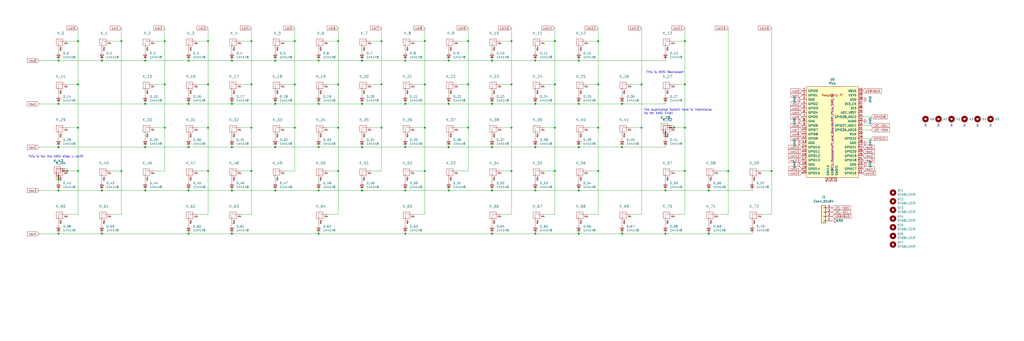
<source format=kicad_sch>
(kicad_sch (version 20211123) (generator eeschema)
  (paper "User" 599.999 200)
  (junction (at 274.32 24.13))
  (junction (at 96.52 49.53))
  (junction (at 121.92 24.13))
  (junction (at 364.49 86.36))
  (junction (at 237.49 137.16))
  (junction (at 313.69 35.56))
  (junction (at 389.89 111.76))
  (junction (at 186.69 111.76))
  (junction (at 350.52 24.13))
  (junction (at 313.69 86.36))
  (junction (at 223.52 74.93))
  (junction (at 452.12 100.33))
  (junction (at 45.72 24.13))
  (junction (at 110.49 35.56))
  (junction (at 237.49 86.36))
  (junction (at 299.72 74.93))
  (junction (at 147.32 74.93))
  (junction (at 288.29 137.16))
  (junction (at 313.69 137.16))
  (junction (at 186.69 35.56))
  (junction (at 313.69 60.96))
  (junction (at 212.09 35.56))
  (junction (at 121.92 49.53))
  (junction (at 415.29 111.76))
  (junction (at 426.72 100.33))
  (junction (at 34.29 86.36))
  (junction (at 161.29 35.56))
  (junction (at 45.72 49.53))
  (junction (at 212.09 111.76))
  (junction (at 198.12 100.33))
  (junction (at 288.29 35.56))
  (junction (at 96.52 24.13))
  (junction (at 223.52 49.53))
  (junction (at 34.29 111.76))
  (junction (at 34.29 105.41))
  (junction (at 364.49 60.96))
  (junction (at 45.72 74.93))
  (junction (at 274.32 49.53))
  (junction (at 161.29 60.96))
  (junction (at 313.69 111.76))
  (junction (at 161.29 86.36))
  (junction (at 262.89 60.96))
  (junction (at 147.32 100.33))
  (junction (at 248.92 100.33))
  (junction (at 45.72 100.33))
  (junction (at 364.49 137.16))
  (junction (at 39.37 100.33))
  (junction (at 401.32 100.33))
  (junction (at 237.49 35.56))
  (junction (at 110.49 60.96))
  (junction (at 59.69 35.56))
  (junction (at 147.32 24.13))
  (junction (at 172.72 74.93))
  (junction (at 147.32 49.53))
  (junction (at 85.09 35.56))
  (junction (at 237.49 60.96))
  (junction (at 262.89 86.36))
  (junction (at 71.12 100.33))
  (junction (at 288.29 111.76))
  (junction (at 96.52 74.93))
  (junction (at 248.92 74.93))
  (junction (at 161.29 111.76))
  (junction (at 339.09 35.56))
  (junction (at 325.12 24.13))
  (junction (at 186.69 86.36))
  (junction (at 350.52 74.93))
  (junction (at 34.29 60.96))
  (junction (at 262.89 35.56))
  (junction (at 71.12 24.13))
  (junction (at 375.92 49.53))
  (junction (at 198.12 74.93))
  (junction (at 288.29 60.96))
  (junction (at 110.49 86.36))
  (junction (at 401.32 49.53))
  (junction (at 248.92 24.13))
  (junction (at 262.89 111.76))
  (junction (at 135.89 86.36))
  (junction (at 212.09 86.36))
  (junction (at 350.52 49.53))
  (junction (at 121.92 74.93))
  (junction (at 401.32 24.13))
  (junction (at 389.89 80.01))
  (junction (at 34.29 137.16))
  (junction (at 198.12 24.13))
  (junction (at 85.09 111.76))
  (junction (at 172.72 49.53))
  (junction (at 325.12 49.53))
  (junction (at 339.09 111.76))
  (junction (at 172.72 24.13))
  (junction (at 274.32 74.93))
  (junction (at 198.12 49.53))
  (junction (at 121.92 100.33))
  (junction (at 299.72 24.13))
  (junction (at 339.09 137.16))
  (junction (at 325.12 100.33))
  (junction (at 339.09 60.96))
  (junction (at 339.09 86.36))
  (junction (at 59.69 137.16))
  (junction (at 299.72 49.53))
  (junction (at 85.09 86.36))
  (junction (at 186.69 137.16))
  (junction (at 237.49 111.76))
  (junction (at 34.29 35.56))
  (junction (at 135.89 111.76))
  (junction (at 223.52 24.13))
  (junction (at 186.69 60.96))
  (junction (at 375.92 74.93))
  (junction (at 299.72 100.33))
  (junction (at 59.69 111.76))
  (junction (at 135.89 35.56))
  (junction (at 350.52 100.33))
  (junction (at 110.49 111.76))
  (junction (at 415.29 137.16))
  (junction (at 212.09 60.96))
  (junction (at 85.09 60.96))
  (junction (at 248.92 49.53))
  (junction (at 135.89 60.96))
  (junction (at 110.49 137.16))
  (junction (at 325.12 74.93))
  (junction (at 135.89 137.16))
  (junction (at 389.89 137.16))
  (junction (at 401.32 74.93))
  (junction (at 288.29 86.36))
  (junction (at 394.97 74.93))
  (no_connect (at 542.29 73.66))
  (no_connect (at 549.91 73.66))
  (no_connect (at 557.53 73.66))
  (no_connect (at 565.15 73.66))
  (no_connect (at 572.77 73.66))
  (no_connect (at 580.39 73.66))
  (wire (pts (xy 110.49 35.56) (xy 135.89 35.56)))
  (wire (pts (xy 96.52 100.33) (xy 96.52 74.93)))
  (wire (pts (xy 186.69 111.76) (xy 212.09 111.76)))
  (wire (pts (xy 389.89 137.16) (xy 415.29 137.16)))
  (wire (pts (xy 339.09 130.81) (xy 339.09 132.08)))
  (wire (pts (xy 39.37 100.33) (xy 45.72 100.33)))
  (wire (pts (xy 166.37 49.53) (xy 172.72 49.53)))
  (wire (pts (xy 426.72 16.51) (xy 426.72 100.33)))
  (wire (pts (xy 445.77 125.73) (xy 452.12 125.73)))
  (wire (pts (xy 299.72 125.73) (xy 299.72 100.33)))
  (wire (pts (xy 313.69 130.81) (xy 313.69 132.08)))
  (wire (pts (xy 217.17 49.53) (xy 223.52 49.53)))
  (wire (pts (xy 34.29 137.16) (xy 59.69 137.16)))
  (wire (pts (xy 39.37 99.06) (xy 39.37 100.33)))
  (wire (pts (xy 393.7 73.66) (xy 394.97 73.66)))
  (wire (pts (xy 212.09 105.41) (xy 212.09 106.68)))
  (wire (pts (xy 237.49 130.81) (xy 237.49 132.08)))
  (wire (pts (xy 191.77 74.93) (xy 198.12 74.93)))
  (wire (pts (xy 313.69 137.16) (xy 339.09 137.16)))
  (wire (pts (xy 262.89 80.01) (xy 262.89 81.28)))
  (wire (pts (xy 350.52 16.51) (xy 350.52 24.13)))
  (wire (pts (xy 161.29 29.21) (xy 161.29 30.48)))
  (wire (pts (xy 237.49 80.01) (xy 237.49 81.28)))
  (wire (pts (xy 34.29 111.76) (xy 59.69 111.76)))
  (wire (pts (xy 140.97 125.73) (xy 147.32 125.73)))
  (wire (pts (xy 172.72 16.51) (xy 172.72 24.13)))
  (wire (pts (xy 186.69 54.61) (xy 186.69 55.88)))
  (wire (pts (xy 394.97 73.66) (xy 394.97 74.93)))
  (wire (pts (xy 135.89 29.21) (xy 135.89 30.48)))
  (wire (pts (xy 166.37 24.13) (xy 172.72 24.13)))
  (wire (pts (xy 45.72 74.93) (xy 45.72 49.53)))
  (wire (pts (xy 135.89 60.96) (xy 161.29 60.96)))
  (wire (pts (xy 248.92 24.13) (xy 248.92 49.53)))
  (wire (pts (xy 242.57 24.13) (xy 248.92 24.13)))
  (wire (pts (xy 262.89 54.61) (xy 262.89 55.88)))
  (wire (pts (xy 161.29 105.41) (xy 161.29 106.68)))
  (wire (pts (xy 420.37 100.33) (xy 426.72 100.33)))
  (wire (pts (xy 505.46 68.58) (xy 510.54 68.58)))
  (wire (pts (xy 85.09 35.56) (xy 110.49 35.56)))
  (wire (pts (xy 161.29 60.96) (xy 186.69 60.96)))
  (wire (pts (xy 39.37 24.13) (xy 45.72 24.13)))
  (wire (pts (xy 440.69 130.81) (xy 440.69 132.08)))
  (wire (pts (xy 115.57 24.13) (xy 121.92 24.13)))
  (wire (pts (xy 140.97 49.53) (xy 147.32 49.53)))
  (wire (pts (xy 288.29 35.56) (xy 313.69 35.56)))
  (wire (pts (xy 135.89 111.76) (xy 161.29 111.76)))
  (wire (pts (xy 110.49 86.36) (xy 135.89 86.36)))
  (wire (pts (xy 274.32 100.33) (xy 274.32 74.93)))
  (wire (pts (xy 22.86 86.36) (xy 34.29 86.36)))
  (wire (pts (xy 445.77 100.33) (xy 452.12 100.33)))
  (wire (pts (xy 212.09 111.76) (xy 237.49 111.76)))
  (wire (pts (xy 22.86 35.56) (xy 34.29 35.56)))
  (wire (pts (xy 22.86 111.76) (xy 34.29 111.76)))
  (wire (pts (xy 191.77 125.73) (xy 198.12 125.73)))
  (wire (pts (xy 350.52 74.93) (xy 350.52 49.53)))
  (wire (pts (xy 299.72 74.93) (xy 299.72 49.53)))
  (wire (pts (xy 339.09 105.41) (xy 339.09 106.68)))
  (wire (pts (xy 248.92 16.51) (xy 248.92 24.13)))
  (wire (pts (xy 293.37 74.93) (xy 299.72 74.93)))
  (wire (pts (xy 242.57 100.33) (xy 248.92 100.33)))
  (wire (pts (xy 90.17 24.13) (xy 96.52 24.13)))
  (wire (pts (xy 212.09 80.01) (xy 212.09 81.28)))
  (wire (pts (xy 288.29 111.76) (xy 313.69 111.76)))
  (wire (pts (xy 33.02 104.14) (xy 33.02 105.41)))
  (wire (pts (xy 191.77 100.33) (xy 198.12 100.33)))
  (wire (pts (xy 364.49 137.16) (xy 389.89 137.16)))
  (wire (pts (xy 242.57 49.53) (xy 248.92 49.53)))
  (wire (pts (xy 420.37 125.73) (xy 426.72 125.73)))
  (wire (pts (xy 262.89 86.36) (xy 288.29 86.36)))
  (wire (pts (xy 369.57 49.53) (xy 375.92 49.53)))
  (wire (pts (xy 344.17 49.53) (xy 350.52 49.53)))
  (wire (pts (xy 237.49 111.76) (xy 262.89 111.76)))
  (wire (pts (xy 115.57 49.53) (xy 121.92 49.53)))
  (wire (pts (xy 288.29 86.36) (xy 313.69 86.36)))
  (wire (pts (xy 375.92 16.51) (xy 375.92 49.53)))
  (wire (pts (xy 45.72 16.51) (xy 45.72 24.13)))
  (wire (pts (xy 248.92 125.73) (xy 248.92 100.33)))
  (wire (pts (xy 299.72 100.33) (xy 299.72 74.93)))
  (wire (pts (xy 313.69 80.01) (xy 313.69 81.28)))
  (wire (pts (xy 110.49 130.81) (xy 110.49 132.08)))
  (wire (pts (xy 212.09 86.36) (xy 237.49 86.36)))
  (wire (pts (xy 85.09 105.41) (xy 85.09 106.68)))
  (wire (pts (xy 217.17 24.13) (xy 223.52 24.13)))
  (wire (pts (xy 394.97 125.73) (xy 401.32 125.73)))
  (wire (pts (xy 369.57 74.93) (xy 375.92 74.93)))
  (wire (pts (xy 161.29 86.36) (xy 186.69 86.36)))
  (wire (pts (xy 115.57 74.93) (xy 121.92 74.93)))
  (wire (pts (xy 172.72 24.13) (xy 172.72 49.53)))
  (wire (pts (xy 318.77 24.13) (xy 325.12 24.13)))
  (wire (pts (xy 401.32 100.33) (xy 401.32 74.93)))
  (wire (pts (xy 110.49 111.76) (xy 135.89 111.76)))
  (wire (pts (xy 39.37 49.53) (xy 45.72 49.53)))
  (wire (pts (xy 121.92 16.51) (xy 121.92 24.13)))
  (wire (pts (xy 121.92 74.93) (xy 121.92 49.53)))
  (wire (pts (xy 288.29 54.61) (xy 288.29 55.88)))
  (wire (pts (xy 115.57 125.73) (xy 121.92 125.73)))
  (wire (pts (xy 45.72 24.13) (xy 45.72 49.53)))
  (wire (pts (xy 339.09 35.56) (xy 389.89 35.56)))
  (wire (pts (xy 415.29 105.41) (xy 415.29 106.68)))
  (wire (pts (xy 344.17 100.33) (xy 350.52 100.33)))
  (wire (pts (xy 318.77 74.93) (xy 325.12 74.93)))
  (wire (pts (xy 339.09 86.36) (xy 364.49 86.36)))
  (wire (pts (xy 135.89 137.16) (xy 186.69 137.16)))
  (wire (pts (xy 64.77 24.13) (xy 71.12 24.13)))
  (wire (pts (xy 369.57 125.73) (xy 375.92 125.73)))
  (wire (pts (xy 217.17 100.33) (xy 223.52 100.33)))
  (wire (pts (xy 426.72 125.73) (xy 426.72 100.33)))
  (wire (pts (xy 389.89 29.21) (xy 389.89 30.48)))
  (wire (pts (xy 313.69 35.56) (xy 339.09 35.56)))
  (wire (pts (xy 140.97 24.13) (xy 147.32 24.13)))
  (wire (pts (xy 96.52 74.93) (xy 96.52 49.53)))
  (wire (pts (xy 147.32 74.93) (xy 147.32 49.53)))
  (wire (pts (xy 452.12 125.73) (xy 452.12 100.33)))
  (wire (pts (xy 415.29 111.76) (xy 440.69 111.76)))
  (wire (pts (xy 186.69 80.01) (xy 186.69 81.28)))
  (wire (pts (xy 288.29 60.96) (xy 313.69 60.96)))
  (wire (pts (xy 237.49 54.61) (xy 237.49 55.88)))
  (wire (pts (xy 186.69 86.36) (xy 212.09 86.36)))
  (wire (pts (xy 212.09 29.21) (xy 212.09 30.48)))
  (wire (pts (xy 198.12 125.73) (xy 198.12 100.33)))
  (wire (pts (xy 350.52 125.73) (xy 350.52 100.33)))
  (wire (pts (xy 161.29 54.61) (xy 161.29 55.88)))
  (wire (pts (xy 59.69 111.76) (xy 85.09 111.76)))
  (wire (pts (xy 318.77 49.53) (xy 325.12 49.53)))
  (wire (pts (xy 242.57 125.73) (xy 248.92 125.73)))
  (wire (pts (xy 34.29 86.36) (xy 85.09 86.36)))
  (wire (pts (xy 364.49 80.01) (xy 364.49 81.28)))
  (wire (pts (xy 186.69 130.81) (xy 186.69 132.08)))
  (wire (pts (xy 318.77 125.73) (xy 325.12 125.73)))
  (wire (pts (xy 350.52 100.33) (xy 350.52 74.93)))
  (wire (pts (xy 166.37 100.33) (xy 172.72 100.33)))
  (wire (pts (xy 313.69 86.36) (xy 339.09 86.36)))
  (wire (pts (xy 364.49 86.36) (xy 389.89 86.36)))
  (wire (pts (xy 121.92 24.13) (xy 121.92 49.53)))
  (wire (pts (xy 191.77 49.53) (xy 198.12 49.53)))
  (wire (pts (xy 344.17 125.73) (xy 350.52 125.73)))
  (wire (pts (xy 364.49 54.61) (xy 364.49 55.88)))
  (wire (pts (xy 274.32 74.93) (xy 274.32 49.53)))
  (wire (pts (xy 34.29 35.56) (xy 59.69 35.56)))
  (wire (pts (xy 71.12 16.51) (xy 71.12 24.13)))
  (wire (pts (xy 34.29 29.21) (xy 34.29 30.48)))
  (wire (pts (xy 237.49 86.36) (xy 262.89 86.36)))
  (wire (pts (xy 389.89 80.01) (xy 389.89 81.28)))
  (wire (pts (xy 237.49 137.16) (xy 288.29 137.16)))
  (wire (pts (xy 325.12 74.93) (xy 325.12 49.53)))
  (wire (pts (xy 140.97 100.33) (xy 147.32 100.33)))
  (wire (pts (xy 140.97 74.93) (xy 147.32 74.93)))
  (wire (pts (xy 394.97 24.13) (xy 401.32 24.13)))
  (wire (pts (xy 375.92 125.73) (xy 375.92 74.93)))
  (wire (pts (xy 267.97 24.13) (xy 274.32 24.13)))
  (wire (pts (xy 71.12 125.73) (xy 71.12 100.33)))
  (wire (pts (xy 34.29 80.01) (xy 34.29 81.28)))
  (wire (pts (xy 59.69 137.16) (xy 110.49 137.16)))
  (wire (pts (xy 45.72 125.73) (xy 45.72 100.33)))
  (wire (pts (xy 186.69 137.16) (xy 237.49 137.16)))
  (wire (pts (xy 166.37 74.93) (xy 172.72 74.93)))
  (wire (pts (xy 223.52 74.93) (xy 223.52 49.53)))
  (wire (pts (xy 22.86 60.96) (xy 34.29 60.96)))
  (wire (pts (xy 364.49 60.96) (xy 389.89 60.96)))
  (wire (pts (xy 39.37 125.73) (xy 45.72 125.73)))
  (wire (pts (xy 110.49 29.21) (xy 110.49 30.48)))
  (wire (pts (xy 325.12 125.73) (xy 325.12 100.33)))
  (wire (pts (xy 237.49 105.41) (xy 237.49 106.68)))
  (wire (pts (xy 223.52 24.13) (xy 223.52 49.53)))
  (wire (pts (xy 325.12 16.51) (xy 325.12 24.13)))
  (wire (pts (xy 90.17 100.33) (xy 96.52 100.33)))
  (wire (pts (xy 267.97 49.53) (xy 274.32 49.53)))
  (wire (pts (xy 135.89 130.81) (xy 135.89 132.08)))
  (wire (pts (xy 401.32 49.53) (xy 401.32 74.93)))
  (wire (pts (xy 161.29 111.76) (xy 186.69 111.76)))
  (wire (pts (xy 505.46 81.28) (xy 510.54 81.28)))
  (wire (pts (xy 161.29 80.01) (xy 161.29 81.28)))
  (wire (pts (xy 135.89 105.41) (xy 135.89 106.68)))
  (wire (pts (xy 415.29 137.16) (xy 440.69 137.16)))
  (wire (pts (xy 452.12 16.51) (xy 452.12 100.33)))
  (wire (pts (xy 147.32 16.51) (xy 147.32 24.13)))
  (wire (pts (xy 110.49 60.96) (xy 135.89 60.96)))
  (wire (pts (xy 85.09 29.21) (xy 85.09 30.48)))
  (wire (pts (xy 96.52 24.13) (xy 96.52 49.53)))
  (wire (pts (xy 274.32 24.13) (xy 274.32 49.53)))
  (wire (pts (xy 389.89 105.41) (xy 389.89 106.68)))
  (wire (pts (xy 293.37 125.73) (xy 299.72 125.73)))
  (wire (pts (xy 34.29 130.81) (xy 34.29 132.08)))
  (wire (pts (xy 389.89 111.76) (xy 415.29 111.76)))
  (wire (pts (xy 339.09 54.61) (xy 339.09 55.88)))
  (wire (pts (xy 212.09 60.96) (xy 237.49 60.96)))
  (wire (pts (xy 288.29 80.01) (xy 288.29 81.28)))
  (wire (pts (xy 344.17 24.13) (xy 350.52 24.13)))
  (wire (pts (xy 267.97 100.33) (xy 274.32 100.33)))
  (wire (pts (xy 248.92 100.33) (xy 248.92 74.93)))
  (wire (pts (xy 293.37 49.53) (xy 299.72 49.53)))
  (wire (pts (xy 85.09 86.36) (xy 110.49 86.36)))
  (wire (pts (xy 401.32 16.51) (xy 401.32 24.13)))
  (wire (pts (xy 110.49 54.61) (xy 110.49 55.88)))
  (wire (pts (xy 262.89 111.76) (xy 288.29 111.76)))
  (wire (pts (xy 71.12 24.13) (xy 71.12 100.33)))
  (wire (pts (xy 293.37 24.13) (xy 299.72 24.13)))
  (wire (pts (xy 147.32 125.73) (xy 147.32 100.33)))
  (wire (pts (xy 313.69 29.21) (xy 313.69 30.48)))
  (wire (pts (xy 313.69 111.76) (xy 339.09 111.76)))
  (wire (pts (xy 135.89 80.01) (xy 135.89 81.28)))
  (wire (pts (xy 262.89 60.96) (xy 288.29 60.96)))
  (wire (pts (xy 293.37 100.33) (xy 299.72 100.33)))
  (wire (pts (xy 198.12 16.51) (xy 198.12 24.13)))
  (wire (pts (xy 388.62 80.01) (xy 389.89 80.01)))
  (wire (pts (xy 262.89 29.21) (xy 262.89 30.48)))
  (wire (pts (xy 34.29 105.41) (xy 34.29 106.68)))
  (wire (pts (xy 237.49 35.56) (xy 262.89 35.56)))
  (wire (pts (xy 186.69 60.96) (xy 212.09 60.96)))
  (wire (pts (xy 90.17 49.53) (xy 96.52 49.53)))
  (wire (pts (xy 394.97 49.53) (xy 401.32 49.53)))
  (wire (pts (xy 299.72 16.51) (xy 299.72 24.13)))
  (wire (pts (xy 147.32 100.33) (xy 147.32 74.93)))
  (wire (pts (xy 110.49 80.01) (xy 110.49 81.28)))
  (wire (pts (xy 90.17 74.93) (xy 96.52 74.93)))
  (wire (pts (xy 389.89 130.81) (xy 389.89 132.08)))
  (wire (pts (xy 364.49 130.81) (xy 364.49 132.08)))
  (wire (pts (xy 401.32 24.13) (xy 401.32 49.53)))
  (wire (pts (xy 121.92 100.33) (xy 121.92 74.93)))
  (wire (pts (xy 267.97 74.93) (xy 274.32 74.93)))
  (wire (pts (xy 85.09 111.76) (xy 110.49 111.76)))
  (wire (pts (xy 339.09 60.96) (xy 364.49 60.96)))
  (wire (pts (xy 217.17 74.93) (xy 223.52 74.93)))
  (wire (pts (xy 339.09 29.21) (xy 339.09 30.48)))
  (wire (pts (xy 198.12 74.93) (xy 198.12 49.53)))
  (wire (pts (xy 33.02 105.41) (xy 34.29 105.41)))
  (wire (pts (xy 288.29 29.21) (xy 288.29 30.48)))
  (wire (pts (xy 161.29 35.56) (xy 186.69 35.56)))
  (wire (pts (xy 505.46 76.2) (xy 510.54 76.2)))
  (wire (pts (xy 135.89 54.61) (xy 135.89 55.88)))
  (wire (pts (xy 186.69 29.21) (xy 186.69 30.48)))
  (wire (pts (xy 22.86 137.16) (xy 34.29 137.16)))
  (wire (pts (xy 147.32 24.13) (xy 147.32 49.53)))
  (wire (pts (xy 212.09 35.56) (xy 237.49 35.56)))
  (wire (pts (xy 401.32 125.73) (xy 401.32 100.33)))
  (wire (pts (xy 339.09 111.76) (xy 389.89 111.76)))
  (wire (pts (xy 212.09 54.61) (xy 212.09 55.88)))
  (wire (pts (xy 186.69 35.56) (xy 212.09 35.56)))
  (wire (pts (xy 248.92 74.93) (xy 248.92 49.53)))
  (wire (pts (xy 34.29 54.61) (xy 34.29 55.88)))
  (wire (pts (xy 313.69 60.96) (xy 339.09 60.96)))
  (wire (pts (xy 313.69 105.41) (xy 313.69 106.68)))
  (wire (pts (xy 325.12 100.33) (xy 325.12 74.93)))
  (wire (pts (xy 172.72 100.33) (xy 172.72 74.93)))
  (wire (pts (xy 135.89 86.36) (xy 161.29 86.36)))
  (wire (pts (xy 262.89 35.56) (xy 288.29 35.56)))
  (wire (pts (xy 85.09 54.61) (xy 85.09 55.88)))
  (wire (pts (xy 388.62 78.74) (xy 388.62 80.01)))
  (wire (pts (xy 64.77 125.73) (xy 71.12 125.73)))
  (wire (pts (xy 394.97 74.93) (xy 401.32 74.93)))
  (wire (pts (xy 85.09 80.01) (xy 85.09 81.28)))
  (wire (pts (xy 339.09 80.01) (xy 339.09 81.28)))
  (wire (pts (xy 375.92 74.93) (xy 375.92 49.53)))
  (wire (pts (xy 389.89 55.88) (xy 389.89 54.61)))
  (wire (pts (xy 45.72 100.33) (xy 45.72 74.93)))
  (wire (pts (xy 34.29 60.96) (xy 85.09 60.96)))
  (wire (pts (xy 344.17 74.93) (xy 350.52 74.93)))
  (wire (pts (xy 191.77 24.13) (xy 198.12 24.13)))
  (wire (pts (xy 186.69 105.41) (xy 186.69 106.68)))
  (wire (pts (xy 237.49 29.21) (xy 237.49 30.48)))
  (wire (pts (xy 121.92 125.73) (xy 121.92 100.33)))
  (wire (pts (xy 223.52 16.51) (xy 223.52 24.13)))
  (wire (pts (xy 59.69 29.21) (xy 59.69 30.48)))
  (wire (pts (xy 415.29 130.81) (xy 415.29 132.08)))
  (wire (pts (xy 237.49 60.96) (xy 262.89 60.96)))
  (wire (pts (xy 59.69 130.81) (xy 59.69 132.08)))
  (wire (pts (xy 85.09 60.96) (xy 110.49 60.96)))
  (wire (pts (xy 394.97 100.33) (xy 401.32 100.33)))
  (wire (pts (xy 172.72 74.93) (xy 172.72 49.53)))
  (wire (pts (xy 510.54 73.66) (xy 505.46 73.66)))
  (wire (pts (xy 198.12 100.33) (xy 198.12 74.93)))
  (wire (pts (xy 440.69 105.41) (xy 440.69 106.68)))
  (wire (pts (xy 274.32 16.51) (xy 274.32 24.13)))
  (wire (pts (xy 350.52 24.13) (xy 350.52 49.53)))
  (wire (pts (xy 325.12 24.13) (xy 325.12 49.53)))
  (wire (pts (xy 115.57 100.33) (xy 121.92 100.33)))
  (wire (pts (xy 135.89 35.56) (xy 161.29 35.56)))
  (wire (pts (xy 59.69 105.41) (xy 59.69 106.68)))
  (wire (pts (xy 262.89 105.41) (xy 262.89 106.68)))
  (wire (pts (xy 288.29 137.16) (xy 313.69 137.16)))
  (wire (pts (xy 242.57 74.93) (xy 248.92 74.93)))
  (wire (pts (xy 64.77 100.33) (xy 71.12 100.33)))
  (wire (pts (xy 223.52 100.33) (xy 223.52 74.93)))
  (wire (pts (xy 299.72 24.13) (xy 299.72 49.53)))
  (wire (pts (xy 110.49 105.41) (xy 110.49 106.68)))
  (wire (pts (xy 318.77 100.33) (xy 325.12 100.33)))
  (wire (pts (xy 39.37 74.93) (xy 45.72 74.93)))
  (wire (pts (xy 110.49 137.16) (xy 135.89 137.16)))
  (wire (pts (xy 59.69 35.56) (xy 85.09 35.56)))
  (wire (pts (xy 96.52 16.51) (xy 96.52 24.13)))
  (wire (pts (xy 288.29 130.81) (xy 288.29 132.08)))
  (wire (pts (xy 198.12 24.13) (xy 198.12 49.53)))
  (wire (pts (xy 288.29 105.41) (xy 288.29 106.68)))
  (wire (pts (xy 339.09 137.16) (xy 364.49 137.16)))
  (wire (pts (xy 38.1 99.06) (xy 39.37 99.06)))
  (wire (pts (xy 313.69 54.61) (xy 313.69 55.88)))
  (text "This is ANSI Backslash" (at 378.46 43.18 0) (effects (font (size 1.27 1.27)) (justify left bottom)))
  (text "This is for the ANSI Wide L-shift" (at 16.51 92.71 0) (effects (font (size 1.27 1.27)) (justify left bottom)))
  (text "The duplicated Switch here is intentional\nits for ANSI Enter" (at 377.19 67.31 0) (effects (font (size 1.27 1.27)) (justify left bottom)))
  (global_label "I2C-SCL" (shape input) (at 510.54 73.66 0) (property "Intersheet References" "${INTERSHEET_REFS}" (effects hide)))
  (global_label "USBVBUS" (shape input) (at 487.68 127 0) (property "Intersheet References" "${INTERSHEET_REFS}" (effects hide)))
  (global_label "GPIO28" (shape input) (at 510.54 68.58 0) (property "Intersheet References" "${INTERSHEET_REFS}" (effects hide)))
  (global_label "col13" (shape input) (at 469.9 93.98 180) (property "Intersheet References" "${INTERSHEET_REFS}" (effects hide)))
  (global_label "col10" (shape input) (at 299.72 16.51 180) (property "Intersheet References" "${INTERSHEET_REFS}" (effects hide)))
  (global_label "col16" (shape input) (at 452.12 16.51 180) (property "Intersheet References" "${INTERSHEET_REFS}" (effects hide)))
  (global_label "col7" (shape input) (at 223.52 16.51 180) (property "Intersheet References" "${INTERSHEET_REFS}" (effects hide)))
  (global_label "col9" (shape input) (at 274.32 16.51 180) (property "Intersheet References" "${INTERSHEET_REFS}" (effects hide)))
  (global_label "col11" (shape input) (at 325.12 16.51 180) (property "Intersheet References" "${INTERSHEET_REFS}" (effects hide)))
  (global_label "col5" (shape input) (at 469.9 68.58 180) (property "Intersheet References" "${INTERSHEET_REFS}" (effects hide)))
  (global_label "col3" (shape input) (at 469.9 63.5 180) (property "Intersheet References" "${INTERSHEET_REFS}" (effects hide)))
  (global_label "col12" (shape input) (at 469.9 91.44 180) (property "Intersheet References" "${INTERSHEET_REFS}" (effects hide)))
  (global_label "col8" (shape input) (at 248.92 16.51 180) (property "Intersheet References" "${INTERSHEET_REFS}" (effects hide)))
  (global_label "I2C-SDA" (shape input) (at 510.54 76.2 0) (property "Intersheet References" "${INTERSHEET_REFS}" (effects hide)))
  (global_label "col0" (shape input) (at 45.72 16.51 180) (property "Intersheet References" "${INTERSHEET_REFS}" (effects hide)))
  (global_label "col11" (shape input) (at 469.9 88.9 180) (property "Intersheet References" "${INTERSHEET_REFS}" (effects hide)))
  (global_label "I2C-SDA" (shape input) (at 487.68 121.92 0) (property "Intersheet References" "${INTERSHEET_REFS}" (effects hide)))
  (global_label "col4" (shape input) (at 147.32 16.51 180) (property "Intersheet References" "${INTERSHEET_REFS}" (effects hide)))
  (global_label "row1" (shape input) (at 505.46 88.9 0) (property "Intersheet References" "${INTERSHEET_REFS}" (effects hide)))
  (global_label "col2" (shape input) (at 469.9 60.96 180) (property "Intersheet References" "${INTERSHEET_REFS}" (effects hide)))
  (global_label "row3" (shape input) (at 505.46 93.98 0) (property "Intersheet References" "${INTERSHEET_REFS}" (effects hide)))
  (global_label "col5" (shape input) (at 172.72 16.51 180) (property "Intersheet References" "${INTERSHEET_REFS}" (effects hide)))
  (global_label "row0" (shape input) (at 22.86 35.56 180) (property "Intersheet References" "${INTERSHEET_REFS}" (effects hide)))
  (global_label "row1" (shape input) (at 22.86 60.96 180) (property "Intersheet References" "${INTERSHEET_REFS}" (effects hide)))
  (global_label "col13" (shape input) (at 375.92 16.51 180) (property "Intersheet References" "${INTERSHEET_REFS}" (effects hide)))
  (global_label "col15" (shape input) (at 426.72 16.51 180) (property "Intersheet References" "${INTERSHEET_REFS}" (effects hide)))
  (global_label "col7" (shape input) (at 469.9 76.2 180) (property "Intersheet References" "${INTERSHEET_REFS}" (effects hide)))
  (global_label "col6" (shape input) (at 469.9 73.66 180) (property "Intersheet References" "${INTERSHEET_REFS}" (effects hide)))
  (global_label "col8" (shape input) (at 469.9 78.74 180) (property "Intersheet References" "${INTERSHEET_REFS}" (effects hide)))
  (global_label "col1" (shape input) (at 469.9 55.88 180) (property "Intersheet References" "${INTERSHEET_REFS}" (effects hide)))
  (global_label "row2" (shape input) (at 22.86 86.36 180) (property "Intersheet References" "${INTERSHEET_REFS}" (effects hide)))
  (global_label "row2" (shape input) (at 505.46 91.44 0) (property "Intersheet References" "${INTERSHEET_REFS}" (effects hide)))
  (global_label "col14" (shape input) (at 401.32 16.51 180) (property "Intersheet References" "${INTERSHEET_REFS}" (effects hide)))
  (global_label "col1" (shape input) (at 71.12 16.51 180) (property "Intersheet References" "${INTERSHEET_REFS}" (effects hide)))
  (global_label "col4" (shape input) (at 469.9 66.04 180) (property "Intersheet References" "${INTERSHEET_REFS}" (effects hide)))
  (global_label "col16" (shape input) (at 505.46 101.6 0) (property "Intersheet References" "${INTERSHEET_REFS}" (effects hide)))
  (global_label "row4" (shape input) (at 22.86 137.16 180) (property "Intersheet References" "${INTERSHEET_REFS}" (effects hide)))
  (global_label "col12" (shape input) (at 350.52 16.51 180) (property "Intersheet References" "${INTERSHEET_REFS}" (effects hide)))
  (global_label "col2" (shape input) (at 96.52 16.51 180) (property "Intersheet References" "${INTERSHEET_REFS}" (effects hide)))
  (global_label "col15" (shape input) (at 469.9 101.6 180) (property "Intersheet References" "${INTERSHEET_REFS}" (effects hide)))
  (global_label "row4" (shape input) (at 505.46 99.06 0) (property "Intersheet References" "${INTERSHEET_REFS}" (effects hide)))
  (global_label "col10" (shape input) (at 469.9 86.36 180) (property "Intersheet References" "${INTERSHEET_REFS}" (effects hide)))
  (global_label "col9" (shape input) (at 469.9 81.28 180) (property "Intersheet References" "${INTERSHEET_REFS}" (effects hide)))
  (global_label "col3" (shape input) (at 121.92 16.51 180) (property "Intersheet References" "${INTERSHEET_REFS}" (effects hide)))
  (global_label "GPIO22" (shape input) (at 510.54 81.28 0) (property "Intersheet References" "${INTERSHEET_REFS}" (effects hide)))
  (global_label "col14" (shape input) (at 469.9 99.06 180) (property "Intersheet References" "${INTERSHEET_REFS}" (effects hide)))
  (global_label "USBVBUS" (shape input) (at 505.46 53.34 0) (property "Intersheet References" "${INTERSHEET_REFS}" (effects hide)))
  (global_label "I2C-SCL" (shape input) (at 487.68 124.46 0) (property "Intersheet References" "${INTERSHEET_REFS}" (effects hide)))
  (global_label "col6" (shape input) (at 198.12 16.51 180) (property "Intersheet References" "${INTERSHEET_REFS}" (effects hide)))
  (global_label "row0" (shape input) (at 505.46 86.36 0) (property "Intersheet References" "${INTERSHEET_REFS}" (effects hide)))
  (global_label "row3" (shape input) (at 22.86 111.76 180) (property "Intersheet References" "${INTERSHEET_REFS}" (effects hide)))
  (global_label "col0" (shape input) (at 469.9 53.34 180) (property "Intersheet References" "${INTERSHEET_REFS}" (effects hide)))
  (symbol (lib_id "MX_Alps_Hybrid:MX-NoLED") (at 35.56 25.4 0) (unit 1)
    (property "Reference" "K_0" (at 35.56 19.4818 0) (effects (font (size 1.524 1.524))))
    (property "Value" "KEYSW" (effects hide))
    (property "Footprint" "MX_Only:MXOnly-1U-Hotswap-Modified" (effects hide))
  )
  (symbol (lib_id "Device:D_Small") (at 59.69 33.02 90) (unit 1)
    (property "Reference" "D_1" (at 62.23 31.242 90) (effects (justify right)))
    (property "Value" "1n4148" (at 62.23 33.528 90) (effects (justify right)))
    (property "Footprint" "Diode_SMD:D_SOD-123" (effects hide))
    (property "LCSC part" "C727111" (effects hide))
  )
  (symbol (lib_id "MX_Alps_Hybrid:MX-NoLED") (at 60.96 25.4 0) (unit 1)
    (property "Reference" "K_1" (at 60.96 19.4818 0) (effects (font (size 1.524 1.524))))
    (property "Value" "KEYSW" (effects hide))
    (property "Footprint" "MX_Only:MXOnly-1U-Hotswap-Modified" (effects hide))
  )
  (symbol (lib_id "Device:D_Small") (at 85.09 33.02 90) (unit 1)
    (property "Reference" "D_2" (at 87.63 31.242 90) (effects (justify right)))
    (property "Value" "1n4148" (at 87.63 33.528 90) (effects (justify right)))
    (property "Footprint" "Diode_SMD:D_SOD-123" (effects hide))
    (property "LCSC part" "C727111" (effects hide))
  )
  (symbol (lib_id "MX_Alps_Hybrid:MX-NoLED") (at 86.36 25.4 0) (unit 1)
    (property "Reference" "K_2" (at 86.36 19.4818 0) (effects (font (size 1.524 1.524))))
    (property "Value" "KEYSW" (effects hide))
    (property "Footprint" "MX_Only:MXOnly-1U-Hotswap-Modified" (effects hide))
  )
  (symbol (lib_id "Device:D_Small") (at 110.49 33.02 90) (unit 1)
    (property "Reference" "D_3" (at 113.03 31.242 90) (effects (justify right)))
    (property "Value" "1n4148" (at 113.03 33.528 90) (effects (justify right)))
    (property "Footprint" "Diode_SMD:D_SOD-123" (effects hide))
    (property "LCSC part" "C727111" (effects hide))
  )
  (symbol (lib_id "MX_Alps_Hybrid:MX-NoLED") (at 111.76 25.4 0) (unit 1)
    (property "Reference" "K_3" (at 111.76 19.4818 0) (effects (font (size 1.524 1.524))))
    (property "Value" "KEYSW" (effects hide))
    (property "Footprint" "MX_Only:MXOnly-1U-Hotswap-Modified" (effects hide))
  )
  (symbol (lib_id "Device:D_Small") (at 135.89 33.02 90) (unit 1)
    (property "Reference" "D_4" (at 138.43 31.242 90) (effects (justify right)))
    (property "Value" "1n4148" (at 138.43 33.528 90) (effects (justify right)))
    (property "Footprint" "Diode_SMD:D_SOD-123" (effects hide))
    (property "LCSC part" "C727111" (effects hide))
  )
  (symbol (lib_id "MX_Alps_Hybrid:MX-NoLED") (at 137.16 25.4 0) (unit 1)
    (property "Reference" "K_4" (at 137.16 19.4818 0) (effects (font (size 1.524 1.524))))
    (property "Value" "KEYSW" (effects hide))
    (property "Footprint" "MX_Only:MXOnly-1U-Hotswap-Modified" (effects hide))
  )
  (symbol (lib_id "Device:D_Small") (at 161.29 33.02 90) (unit 1)
    (property "Reference" "D_5" (at 163.83 31.242 90) (effects (justify right)))
    (property "Value" "1n4148" (at 163.83 33.528 90) (effects (justify right)))
    (property "Footprint" "Diode_SMD:D_SOD-123" (effects hide))
    (property "LCSC part" "C727111" (effects hide))
  )
  (symbol (lib_id "MX_Alps_Hybrid:MX-NoLED") (at 162.56 25.4 0) (unit 1)
    (property "Reference" "K_5" (at 162.56 19.4818 0) (effects (font (size 1.524 1.524))))
    (property "Value" "KEYSW" (effects hide))
    (property "Footprint" "MX_Only:MXOnly-1U-Hotswap-Modified" (effects hide))
  )
  (symbol (lib_id "Device:D_Small") (at 186.69 33.02 90) (unit 1)
    (property "Reference" "D_6" (at 189.23 31.242 90) (effects (justify right)))
    (property "Value" "1n4148" (at 189.23 33.528 90) (effects (justify right)))
    (property "Footprint" "Diode_SMD:D_SOD-123" (effects hide))
    (property "LCSC part" "C727111" (effects hide))
  )
  (symbol (lib_id "MX_Alps_Hybrid:MX-NoLED") (at 187.96 25.4 0) (unit 1)
    (property "Reference" "K_6" (at 187.96 19.4818 0) (effects (font (size 1.524 1.524))))
    (property "Value" "KEYSW" (effects hide))
    (property "Footprint" "MX_Only:MXOnly-1U-Hotswap-Modified" (effects hide))
  )
  (symbol (lib_id "Device:D_Small") (at 212.09 33.02 90) (unit 1)
    (property "Reference" "D_7" (at 214.63 31.242 90) (effects (justify right)))
    (property "Value" "1n4148" (at 214.63 33.528 90) (effects (justify right)))
    (property "Footprint" "Diode_SMD:D_SOD-123" (effects hide))
    (property "LCSC part" "C727111" (effects hide))
  )
  (symbol (lib_id "MX_Alps_Hybrid:MX-NoLED") (at 213.36 25.4 0) (unit 1)
    (property "Reference" "K_7" (at 213.36 19.4818 0) (effects (font (size 1.524 1.524))))
    (property "Value" "KEYSW" (effects hide))
    (property "Footprint" "MX_Only:MXOnly-1U-Hotswap-Modified" (effects hide))
  )
  (symbol (lib_id "Device:D_Small") (at 237.49 33.02 90) (unit 1)
    (property "Reference" "D_8" (at 240.03 31.242 90) (effects (justify right)))
    (property "Value" "1n4148" (at 240.03 33.528 90) (effects (justify right)))
    (property "Footprint" "Diode_SMD:D_SOD-123" (effects hide))
    (property "LCSC part" "C727111" (effects hide))
  )
  (symbol (lib_id "MX_Alps_Hybrid:MX-NoLED") (at 238.76 25.4 0) (unit 1)
    (property "Reference" "K_8" (at 238.76 19.4818 0) (effects (font (size 1.524 1.524))))
    (property "Value" "KEYSW" (effects hide))
    (property "Footprint" "MX_Only:MXOnly-1U-Hotswap-Modified" (effects hide))
  )
  (symbol (lib_id "Device:D_Small") (at 262.89 33.02 90) (unit 1)
    (property "Reference" "D_9" (at 265.43 31.242 90) (effects (justify right)))
    (property "Value" "1n4148" (at 265.43 33.528 90) (effects (justify right)))
    (property "Footprint" "Diode_SMD:D_SOD-123" (effects hide))
    (property "LCSC part" "C727111" (effects hide))
  )
  (symbol (lib_id "MX_Alps_Hybrid:MX-NoLED") (at 264.16 25.4 0) (unit 1)
    (property "Reference" "K_9" (at 264.16 19.4818 0) (effects (font (size 1.524 1.524))))
    (property "Value" "KEYSW" (effects hide))
    (property "Footprint" "MX_Only:MXOnly-1U-Hotswap-Modified" (effects hide))
  )
  (symbol (lib_id "Device:D_Small") (at 288.29 33.02 90) (unit 1)
    (property "Reference" "D_10" (at 290.83 31.242 90) (effects (justify right)))
    (property "Value" "1n4148" (at 290.83 33.528 90) (effects (justify right)))
    (property "Footprint" "Diode_SMD:D_SOD-123" (effects hide))
    (property "LCSC part" "C727111" (effects hide))
  )
  (symbol (lib_id "MX_Alps_Hybrid:MX-NoLED") (at 289.56 25.4 0) (unit 1)
    (property "Reference" "K_10" (at 289.56 19.4818 0) (effects (font (size 1.524 1.524))))
    (property "Value" "KEYSW" (effects hide))
    (property "Footprint" "MX_Only:MXOnly-1U-Hotswap-Modified" (effects hide))
  )
  (symbol (lib_id "Device:D_Small") (at 313.69 33.02 90) (unit 1)
    (property "Reference" "D_11" (at 316.23 31.242 90) (effects (justify right)))
    (property "Value" "1n4148" (at 316.23 33.528 90) (effects (justify right)))
    (property "Footprint" "Diode_SMD:D_SOD-123" (effects hide))
    (property "LCSC part" "C727111" (effects hide))
  )
  (symbol (lib_id "MX_Alps_Hybrid:MX-NoLED") (at 314.96 25.4 0) (unit 1)
    (property "Reference" "K_11" (at 314.96 19.4818 0) (effects (font (size 1.524 1.524))))
    (property "Value" "KEYSW" (effects hide))
    (property "Footprint" "MX_Only:MXOnly-1U-Hotswap-Modified" (effects hide))
  )
  (symbol (lib_id "Device:D_Small") (at 339.09 33.02 90) (unit 1)
    (property "Reference" "D_12" (at 341.63 31.242 90) (effects (justify right)))
    (property "Value" "1n4148" (at 341.63 33.528 90) (effects (justify right)))
    (property "Footprint" "Diode_SMD:D_SOD-123" (effects hide))
    (property "LCSC part" "C727111" (effects hide))
  )
  (symbol (lib_id "MX_Alps_Hybrid:MX-NoLED") (at 340.36 25.4 0) (unit 1)
    (property "Reference" "K_12" (at 340.36 19.4818 0) (effects (font (size 1.524 1.524))))
    (property "Value" "KEYSW" (effects hide))
    (property "Footprint" "MX_Only:MXOnly-1U-Hotswap-Modified" (effects hide))
  )
  (symbol (lib_id "Device:D_Small") (at 389.89 33.02 90) (unit 1)
    (property "Reference" "D_13" (at 392.43 31.242 90) (effects (justify right)))
    (property "Value" "1n4148" (at 392.43 33.528 90) (effects (justify right)))
    (property "Footprint" "Diode_SMD:D_SOD-123" (effects hide))
    (property "LCSC part" "C727111" (effects hide))
  )
  (symbol (lib_id "MX_Alps_Hybrid:MX-NoLED") (at 391.16 25.4 0) (unit 1)
    (property "Reference" "K_13" (at 391.16 19.4818 0) (effects (font (size 1.524 1.524))))
    (property "Value" "KEYSW" (effects hide))
    (property "Footprint" "MX_Only:MXOnly-1U-Hotswap-Modified" (effects hide))
  )
  (symbol (lib_id "Device:D_Small") (at 34.29 58.42 90) (unit 1)
    (property "Reference" "D_14" (at 36.83 56.642 90) (effects (justify right)))
    (property "Value" "1n4148" (at 36.83 58.928 90) (effects (justify right)))
    (property "Footprint" "Diode_SMD:D_SOD-123" (effects hide))
    (property "LCSC part" "C727111" (effects hide))
  )
  (symbol (lib_id "MX_Alps_Hybrid:MX-NoLED") (at 35.56 50.8 0) (unit 1)
    (property "Reference" "K_14" (at 35.56 44.8818 0) (effects (font (size 1.524 1.524))))
    (property "Value" "KEYSW" (effects hide))
    (property "Footprint" "MX_Only:MXOnly-1U-Hotswap-Modified" (effects hide))
  )
  (symbol (lib_id "Device:D_Small") (at 85.09 58.42 90) (unit 1)
    (property "Reference" "D_15" (at 87.63 56.642 90) (effects (justify right)))
    (property "Value" "1n4148" (at 87.63 58.928 90) (effects (justify right)))
    (property "Footprint" "Diode_SMD:D_SOD-123" (effects hide))
    (property "LCSC part" "C727111" (effects hide))
  )
  (symbol (lib_id "MX_Alps_Hybrid:MX-NoLED") (at 86.36 50.8 0) (unit 1)
    (property "Reference" "K_15" (at 86.36 44.8818 0) (effects (font (size 1.524 1.524))))
    (property "Value" "KEYSW" (effects hide))
    (property "Footprint" "MX_Only:MXOnly-1U-Hotswap-Modified" (effects hide))
  )
  (symbol (lib_id "Device:D_Small") (at 110.49 58.42 90) (unit 1)
    (property "Reference" "D_16" (at 113.03 56.642 90) (effects (justify right)))
    (property "Value" "1n4148" (at 113.03 58.928 90) (effects (justify right)))
    (property "Footprint" "Diode_SMD:D_SOD-123" (effects hide))
    (property "LCSC part" "C727111" (effects hide))
  )
  (symbol (lib_id "MX_Alps_Hybrid:MX-NoLED") (at 111.76 50.8 0) (unit 1)
    (property "Reference" "K_16" (at 111.76 44.8818 0) (effects (font (size 1.524 1.524))))
    (property "Value" "KEYSW" (effects hide))
    (property "Footprint" "MX_Only:MXOnly-1U-Hotswap-Modified" (effects hide))
  )
  (symbol (lib_id "Device:D_Small") (at 135.89 58.42 90) (unit 1)
    (property "Reference" "D_17" (at 138.43 56.642 90) (effects (justify right)))
    (property "Value" "1n4148" (at 138.43 58.928 90) (effects (justify right)))
    (property "Footprint" "Diode_SMD:D_SOD-123" (effects hide))
    (property "LCSC part" "C727111" (effects hide))
  )
  (symbol (lib_id "MX_Alps_Hybrid:MX-NoLED") (at 137.16 50.8 0) (unit 1)
    (property "Reference" "K_17" (at 137.16 44.8818 0) (effects (font (size 1.524 1.524))))
    (property "Value" "KEYSW" (effects hide))
    (property "Footprint" "MX_Only:MXOnly-1U-Hotswap-Modified" (effects hide))
  )
  (symbol (lib_id "Device:D_Small") (at 161.29 58.42 90) (unit 1)
    (property "Reference" "D_18" (at 163.83 56.642 90) (effects (justify right)))
    (property "Value" "1n4148" (at 163.83 58.928 90) (effects (justify right)))
    (property "Footprint" "Diode_SMD:D_SOD-123" (effects hide))
    (property "LCSC part" "C727111" (effects hide))
  )
  (symbol (lib_id "MX_Alps_Hybrid:MX-NoLED") (at 162.56 50.8 0) (unit 1)
    (property "Reference" "K_18" (at 162.56 44.8818 0) (effects (font (size 1.524 1.524))))
    (property "Value" "KEYSW" (effects hide))
    (property "Footprint" "MX_Only:MXOnly-1U-Hotswap-Modified" (effects hide))
  )
  (symbol (lib_id "Device:D_Small") (at 186.69 58.42 90) (unit 1)
    (property "Reference" "D_19" (at 189.23 56.642 90) (effects (justify right)))
    (property "Value" "1n4148" (at 189.23 58.928 90) (effects (justify right)))
    (property "Footprint" "Diode_SMD:D_SOD-123" (effects hide))
    (property "LCSC part" "C727111" (effects hide))
  )
  (symbol (lib_id "MX_Alps_Hybrid:MX-NoLED") (at 187.96 50.8 0) (unit 1)
    (property "Reference" "K_19" (at 187.96 44.8818 0) (effects (font (size 1.524 1.524))))
    (property "Value" "KEYSW" (effects hide))
    (property "Footprint" "MX_Only:MXOnly-1U-Hotswap-Modified" (effects hide))
  )
  (symbol (lib_id "Device:D_Small") (at 212.09 58.42 90) (unit 1)
    (property "Reference" "D_20" (at 214.63 56.642 90) (effects (justify right)))
    (property "Value" "1n4148" (at 214.63 58.928 90) (effects (justify right)))
    (property "Footprint" "Diode_SMD:D_SOD-123" (effects hide))
    (property "LCSC part" "C727111" (effects hide))
  )
  (symbol (lib_id "MX_Alps_Hybrid:MX-NoLED") (at 213.36 50.8 0) (unit 1)
    (property "Reference" "K_20" (at 213.36 44.8818 0) (effects (font (size 1.524 1.524))))
    (property "Value" "KEYSW" (effects hide))
    (property "Footprint" "MX_Only:MXOnly-1U-Hotswap-Modified" (effects hide))
  )
  (symbol (lib_id "Device:D_Small") (at 237.49 58.42 90) (unit 1)
    (property "Reference" "D_21" (at 240.03 56.642 90) (effects (justify right)))
    (property "Value" "1n4148" (at 240.03 58.928 90) (effects (justify right)))
    (property "Footprint" "Diode_SMD:D_SOD-123" (effects hide))
    (property "LCSC part" "C727111" (effects hide))
  )
  (symbol (lib_id "MX_Alps_Hybrid:MX-NoLED") (at 238.76 50.8 0) (unit 1)
    (property "Reference" "K_21" (at 238.76 44.8818 0) (effects (font (size 1.524 1.524))))
    (property "Value" "KEYSW" (effects hide))
    (property "Footprint" "MX_Only:MXOnly-1U-Hotswap-Modified" (effects hide))
  )
  (symbol (lib_id "Device:D_Small") (at 262.89 58.42 90) (unit 1)
    (property "Reference" "D_22" (at 265.43 56.642 90) (effects (justify right)))
    (property "Value" "1n4148" (at 265.43 58.928 90) (effects (justify right)))
    (property "Footprint" "Diode_SMD:D_SOD-123" (effects hide))
    (property "LCSC part" "C727111" (effects hide))
  )
  (symbol (lib_id "MX_Alps_Hybrid:MX-NoLED") (at 264.16 50.8 0) (unit 1)
    (property "Reference" "K_22" (at 264.16 44.8818 0) (effects (font (size 1.524 1.524))))
    (property "Value" "KEYSW" (effects hide))
    (property "Footprint" "MX_Only:MXOnly-1U-Hotswap-Modified" (effects hide))
  )
  (symbol (lib_id "Device:D_Small") (at 288.29 58.42 90) (unit 1)
    (property "Reference" "D_23" (at 290.83 56.642 90) (effects (justify right)))
    (property "Value" "1n4148" (at 290.83 58.928 90) (effects (justify right)))
    (property "Footprint" "Diode_SMD:D_SOD-123" (effects hide))
    (property "LCSC part" "C727111" (effects hide))
  )
  (symbol (lib_id "MX_Alps_Hybrid:MX-NoLED") (at 289.56 50.8 0) (unit 1)
    (property "Reference" "K_23" (at 289.56 44.8818 0) (effects (font (size 1.524 1.524))))
    (property "Value" "KEYSW" (effects hide))
    (property "Footprint" "MX_Only:MXOnly-1U-Hotswap-Modified" (effects hide))
  )
  (symbol (lib_id "Device:D_Small") (at 313.69 58.42 90) (unit 1)
    (property "Reference" "D_24" (at 316.23 56.642 90) (effects (justify right)))
    (property "Value" "1n4148" (at 316.23 58.928 90) (effects (justify right)))
    (property "Footprint" "Diode_SMD:D_SOD-123" (effects hide))
    (property "LCSC part" "C727111" (effects hide))
  )
  (symbol (lib_id "MX_Alps_Hybrid:MX-NoLED") (at 314.96 50.8 0) (unit 1)
    (property "Reference" "K_24" (at 314.96 44.8818 0) (effects (font (size 1.524 1.524))))
    (property "Value" "KEYSW" (effects hide))
    (property "Footprint" "MX_Only:MXOnly-1U-Hotswap-Modified" (effects hide))
  )
  (symbol (lib_id "Device:D_Small") (at 339.09 58.42 90) (unit 1)
    (property "Reference" "D_25" (at 341.63 56.642 90) (effects (justify right)))
    (property "Value" "1n4148" (at 341.63 58.928 90) (effects (justify right)))
    (property "Footprint" "Diode_SMD:D_SOD-123" (effects hide))
    (property "LCSC part" "C727111" (effects hide))
  )
  (symbol (lib_id "MX_Alps_Hybrid:MX-NoLED") (at 340.36 50.8 0) (unit 1)
    (property "Reference" "K_25" (at 340.36 44.8818 0) (effects (font (size 1.524 1.524))))
    (property "Value" "KEYSW" (effects hide))
    (property "Footprint" "MX_Only:MXOnly-1U-Hotswap-Modified" (effects hide))
  )
  (symbol (lib_id "Device:D_Small") (at 364.49 58.42 90) (unit 1)
    (property "Reference" "D_26" (at 367.03 56.642 90) (effects (justify right)))
    (property "Value" "1n4148" (at 367.03 58.928 90) (effects (justify right)))
    (property "Footprint" "Diode_SMD:D_SOD-123" (effects hide))
    (property "LCSC part" "C727111" (effects hide))
  )
  (symbol (lib_id "MX_Alps_Hybrid:MX-NoLED") (at 365.76 50.8 0) (unit 1)
    (property "Reference" "K_26" (at 365.76 44.8818 0) (effects (font (size 1.524 1.524))))
    (property "Value" "KEYSW" (effects hide))
    (property "Footprint" "MX_Only:MXOnly-1U-Hotswap-Modified" (effects hide))
  )
  (symbol (lib_id "Device:D_Small") (at 389.89 83.82 90) (unit 1)
    (property "Reference" "D_41" (at 392.43 82.042 90) (effects (justify right)))
    (property "Value" "1n4148" (at 392.43 84.328 90) (effects (justify right)))
    (property "Footprint" "Diode_SMD:D_SOD-123" (effects hide))
    (property "LCSC part" "C727111" (effects hide))
  )
  (symbol (lib_id "MX_Alps_Hybrid:MX-NoLED") (at 391.16 76.2 0) (unit 1)
    (property "Reference" "K_42" (at 391.16 70.2818 0) (effects (font (size 1.524 1.524))))
    (property "Value" "KEYSW" (effects hide))
    (property "Footprint" "MX_Only:MXOnly-1U-Hotswap-Modified" (effects hide))
  )
  (symbol (lib_id "Device:D_Small") (at 34.29 83.82 90) (unit 1)
    (property "Reference" "D_28" (at 36.83 82.042 90) (effects (justify right)))
    (property "Value" "1n4148" (at 36.83 84.328 90) (effects (justify right)))
    (property "Footprint" "Diode_SMD:D_SOD-123" (effects hide))
    (property "LCSC part" "C727111" (effects hide))
  )
  (symbol (lib_id "MX_Alps_Hybrid:MX-NoLED") (at 35.56 76.2 0) (unit 1)
    (property "Reference" "K_29" (at 35.56 70.2818 0) (effects (font (size 1.524 1.524))))
    (property "Value" "KEYSW" (effects hide))
    (property "Footprint" "MX_Only:MXOnly-1U-Hotswap-Modified" (effects hide))
  )
  (symbol (lib_id "Device:D_Small") (at 85.09 83.82 90) (unit 1)
    (property "Reference" "D_29" (at 87.63 82.042 90) (effects (justify right)))
    (property "Value" "1n4148" (at 87.63 84.328 90) (effects (justify right)))
    (property "Footprint" "Diode_SMD:D_SOD-123" (effects hide))
    (property "LCSC part" "C727111" (effects hide))
  )
  (symbol (lib_id "MX_Alps_Hybrid:MX-NoLED") (at 86.36 76.2 0) (unit 1)
    (property "Reference" "K_30" (at 86.36 70.2818 0) (effects (font (size 1.524 1.524))))
    (property "Value" "KEYSW" (effects hide))
    (property "Footprint" "MX_Only:MXOnly-1U-Hotswap-Modified" (effects hide))
  )
  (symbol (lib_id "Device:D_Small") (at 110.49 83.82 90) (unit 1)
    (property "Reference" "D_30" (at 113.03 82.042 90) (effects (justify right)))
    (property "Value" "1n4148" (at 113.03 84.328 90) (effects (justify right)))
    (property "Footprint" "Diode_SMD:D_SOD-123" (effects hide))
    (property "LCSC part" "C727111" (effects hide))
  )
  (symbol (lib_id "MX_Alps_Hybrid:MX-NoLED") (at 111.76 76.2 0) (unit 1)
    (property "Reference" "K_31" (at 111.76 70.2818 0) (effects (font (size 1.524 1.524))))
    (property "Value" "KEYSW" (effects hide))
    (property "Footprint" "MX_Only:MXOnly-1U-Hotswap-Modified" (effects hide))
  )
  (symbol (lib_id "Device:D_Small") (at 135.89 83.82 90) (unit 1)
    (property "Reference" "D_31" (at 138.43 82.042 90) (effects (justify right)))
    (property "Value" "1n4148" (at 138.43 84.328 90) (effects (justify right)))
    (property "Footprint" "Diode_SMD:D_SOD-123" (effects hide))
    (property "LCSC part" "C727111" (effects hide))
  )
  (symbol (lib_id "MX_Alps_Hybrid:MX-NoLED") (at 137.16 76.2 0) (unit 1)
    (property "Reference" "K_32" (at 137.16 70.2818 0) (effects (font (size 1.524 1.524))))
    (property "Value" "KEYSW" (effects hide))
    (property "Footprint" "MX_Only:MXOnly-1U-Hotswap-Modified" (effects hide))
  )
  (symbol (lib_id "Device:D_Small") (at 161.29 83.82 90) (unit 1)
    (property "Reference" "D_32" (at 163.83 82.042 90) (effects (justify right)))
    (property "Value" "1n4148" (at 163.83 84.328 90) (effects (justify right)))
    (property "Footprint" "Diode_SMD:D_SOD-123" (effects hide))
    (property "LCSC part" "C727111" (effects hide))
  )
  (symbol (lib_id "MX_Alps_Hybrid:MX-NoLED") (at 162.56 76.2 0) (unit 1)
    (property "Reference" "K_33" (at 162.56 70.2818 0) (effects (font (size 1.524 1.524))))
    (property "Value" "KEYSW" (effects hide))
    (property "Footprint" "MX_Only:MXOnly-1U-Hotswap-Modified" (effects hide))
  )
  (symbol (lib_id "Device:D_Small") (at 186.69 83.82 90) (unit 1)
    (property "Reference" "D_33" (at 189.23 82.042 90) (effects (justify right)))
    (property "Value" "1n4148" (at 189.23 84.328 90) (effects (justify right)))
    (property "Footprint" "Diode_SMD:D_SOD-123" (effects hide))
    (property "LCSC part" "C727111" (effects hide))
  )
  (symbol (lib_id "MX_Alps_Hybrid:MX-NoLED") (at 187.96 76.2 0) (unit 1)
    (property "Reference" "K_34" (at 187.96 70.2818 0) (effects (font (size 1.524 1.524))))
    (property "Value" "KEYSW" (effects hide))
    (property "Footprint" "MX_Only:MXOnly-1U-Hotswap-Modified" (effects hide))
  )
  (symbol (lib_id "Device:D_Small") (at 212.09 83.82 90) (unit 1)
    (property "Reference" "D_34" (at 214.63 82.042 90) (effects (justify right)))
    (property "Value" "1n4148" (at 214.63 84.328 90) (effects (justify right)))
    (property "Footprint" "Diode_SMD:D_SOD-123" (effects hide))
    (property "LCSC part" "C727111" (effects hide))
  )
  (symbol (lib_id "MX_Alps_Hybrid:MX-NoLED") (at 213.36 76.2 0) (unit 1)
    (property "Reference" "K_35" (at 213.36 70.2818 0) (effects (font (size 1.524 1.524))))
    (property "Value" "KEYSW" (effects hide))
    (property "Footprint" "MX_Only:MXOnly-1U-Hotswap-Modified" (effects hide))
  )
  (symbol (lib_id "Device:D_Small") (at 237.49 83.82 90) (unit 1)
    (property "Reference" "D_35" (at 240.03 82.042 90) (effects (justify right)))
    (property "Value" "1n4148" (at 240.03 84.328 90) (effects (justify right)))
    (property "Footprint" "Diode_SMD:D_SOD-123" (effects hide))
    (property "LCSC part" "C727111" (effects hide))
  )
  (symbol (lib_id "MX_Alps_Hybrid:MX-NoLED") (at 238.76 76.2 0) (unit 1)
    (property "Reference" "K_36" (at 238.76 70.2818 0) (effects (font (size 1.524 1.524))))
    (property "Value" "KEYSW" (effects hide))
    (property "Footprint" "MX_Only:MXOnly-1U-Hotswap-Modified" (effects hide))
  )
  (symbol (lib_id "Device:D_Small") (at 262.89 83.82 90) (unit 1)
    (property "Reference" "D_36" (at 265.43 82.042 90) (effects (justify right)))
    (property "Value" "1n4148" (at 265.43 84.328 90) (effects (justify right)))
    (property "Footprint" "Diode_SMD:D_SOD-123" (effects hide))
    (property "LCSC part" "C727111" (effects hide))
  )
  (symbol (lib_id "MX_Alps_Hybrid:MX-NoLED") (at 264.16 76.2 0) (unit 1)
    (property "Reference" "K_37" (at 264.16 70.2818 0) (effects (font (size 1.524 1.524))))
    (property "Value" "KEYSW" (effects hide))
    (property "Footprint" "MX_Only:MXOnly-1U-Hotswap-Modified" (effects hide))
  )
  (symbol (lib_id "Device:D_Small") (at 288.29 83.82 90) (unit 1)
    (property "Reference" "D_37" (at 290.83 82.042 90) (effects (justify right)))
    (property "Value" "1n4148" (at 290.83 84.328 90) (effects (justify right)))
    (property "Footprint" "Diode_SMD:D_SOD-123" (effects hide))
    (property "LCSC part" "C727111" (effects hide))
  )
  (symbol (lib_id "MX_Alps_Hybrid:MX-NoLED") (at 289.56 76.2 0) (unit 1)
    (property "Reference" "K_38" (at 289.56 70.2818 0) (effects (font (size 1.524 1.524))))
    (property "Value" "KEYSW" (effects hide))
    (property "Footprint" "MX_Only:MXOnly-1U-Hotswap-Modified" (effects hide))
  )
  (symbol (lib_id "Device:D_Small") (at 313.69 83.82 90) (unit 1)
    (property "Reference" "D_38" (at 316.23 82.042 90) (effects (justify right)))
    (property "Value" "1n4148" (at 316.23 84.328 90) (effects (justify right)))
    (property "Footprint" "Diode_SMD:D_SOD-123" (effects hide))
    (property "LCSC part" "C727111" (effects hide))
  )
  (symbol (lib_id "MX_Alps_Hybrid:MX-NoLED") (at 314.96 76.2 0) (unit 1)
    (property "Reference" "K_39" (at 314.96 70.2818 0) (effects (font (size 1.524 1.524))))
    (property "Value" "KEYSW" (effects hide))
    (property "Footprint" "MX_Only:MXOnly-1U-Hotswap-Modified" (effects hide))
  )
  (symbol (lib_id "Device:D_Small") (at 339.09 83.82 90) (unit 1)
    (property "Reference" "D_39" (at 341.63 82.042 90) (effects (justify right)))
    (property "Value" "1n4148" (at 341.63 84.328 90) (effects (justify right)))
    (property "Footprint" "Diode_SMD:D_SOD-123" (effects hide))
    (property "LCSC part" "C727111" (effects hide))
  )
  (symbol (lib_id "MX_Alps_Hybrid:MX-NoLED") (at 340.36 76.2 0) (unit 1)
    (property "Reference" "K_40" (at 340.36 70.2818 0) (effects (font (size 1.524 1.524))))
    (property "Value" "KEYSW" (effects hide))
    (property "Footprint" "MX_Only:MXOnly-1U-Hotswap-Modified" (effects hide))
  )
  (symbol (lib_id "Device:D_Small") (at 364.49 83.82 90) (unit 1)
    (property "Reference" "D_40" (at 367.03 82.042 90) (effects (justify right)))
    (property "Value" "1n4148" (at 367.03 84.328 90) (effects (justify right)))
    (property "Footprint" "Diode_SMD:D_SOD-123" (effects hide))
    (property "LCSC part" "C727111" (effects hide))
  )
  (symbol (lib_id "MX_Alps_Hybrid:MX-NoLED") (at 365.76 76.2 0) (unit 1)
    (property "Reference" "K_41" (at 365.76 70.2818 0) (effects (font (size 1.524 1.524))))
    (property "Value" "KEYSW" (effects hide))
    (property "Footprint" "MX_Only:MXOnly-1U-Hotswap-Modified" (effects hide))
  )
  (symbol (lib_id "Device:D_Small") (at 34.29 109.22 90) (unit 1)
    (property "Reference" "D_42" (at 36.83 107.442 90) (effects (justify right)))
    (property "Value" "1n4148" (at 36.83 109.728 90) (effects (justify right)))
    (property "Footprint" "Diode_SMD:D_SOD-123" (effects hide))
    (property "LCSC part" "C727111" (effects hide))
  )
  (symbol (lib_id "MX_Alps_Hybrid:MX-NoLED") (at 35.56 101.6 0) (unit 1)
    (property "Reference" "K_44" (at 35.56 95.6818 0) (effects (font (size 1.524 1.524))))
    (property "Value" "KEYSW" (effects hide))
    (property "Footprint" "MX_Only:MXOnly-1U-Hotswap-Modified" (effects hide))
  )
  (symbol (lib_id "Device:D_Small") (at 59.69 109.22 90) (unit 1)
    (property "Reference" "D_43" (at 62.23 107.442 90) (effects (justify right)))
    (property "Value" "1n4148" (at 62.23 109.728 90) (effects (justify right)))
    (property "Footprint" "Diode_SMD:D_SOD-123" (effects hide))
    (property "LCSC part" "C727111" (effects hide))
  )
  (symbol (lib_id "MX_Alps_Hybrid:MX-NoLED") (at 60.96 101.6 0) (unit 1)
    (property "Reference" "K_45" (at 60.96 95.6818 0) (effects (font (size 1.524 1.524))))
    (property "Value" "KEYSW" (effects hide))
    (property "Footprint" "MX_Only:MXOnly-1U-Hotswap-Modified" (effects hide))
  )
  (symbol (lib_id "Device:D_Small") (at 85.09 109.22 90) (unit 1)
    (property "Reference" "D_44" (at 87.63 107.442 90) (effects (justify right)))
    (property "Value" "1n4148" (at 87.63 109.728 90) (effects (justify right)))
    (property "Footprint" "Diode_SMD:D_SOD-123" (effects hide))
    (property "LCSC part" "C727111" (effects hide))
  )
  (symbol (lib_id "MX_Alps_Hybrid:MX-NoLED") (at 86.36 101.6 0) (unit 1)
    (property "Reference" "K_46" (at 86.36 95.6818 0) (effects (font (size 1.524 1.524))))
    (property "Value" "KEYSW" (effects hide))
    (property "Footprint" "MX_Only:MXOnly-1U-Hotswap-Modified" (effects hide))
  )
  (symbol (lib_id "Device:D_Small") (at 110.49 109.22 90) (unit 1)
    (property "Reference" "D_45" (at 113.03 107.442 90) (effects (justify right)))
    (property "Value" "1n4148" (at 113.03 109.728 90) (effects (justify right)))
    (property "Footprint" "Diode_SMD:D_SOD-123" (effects hide))
    (property "LCSC part" "C727111" (effects hide))
  )
  (symbol (lib_id "MX_Alps_Hybrid:MX-NoLED") (at 111.76 101.6 0) (unit 1)
    (property "Reference" "K_47" (at 111.76 95.6818 0) (effects (font (size 1.524 1.524))))
    (property "Value" "KEYSW" (effects hide))
    (property "Footprint" "MX_Only:MXOnly-1U-Hotswap-Modified" (effects hide))
  )
  (symbol (lib_id "Device:D_Small") (at 135.89 109.22 90) (unit 1)
    (property "Reference" "D_46" (at 138.43 107.442 90) (effects (justify right)))
    (property "Value" "1n4148" (at 138.43 109.728 90) (effects (justify right)))
    (property "Footprint" "Diode_SMD:D_SOD-123" (effects hide))
    (property "LCSC part" "C727111" (effects hide))
  )
  (symbol (lib_id "MX_Alps_Hybrid:MX-NoLED") (at 137.16 101.6 0) (unit 1)
    (property "Reference" "K_48" (at 137.16 95.6818 0) (effects (font (size 1.524 1.524))))
    (property "Value" "KEYSW" (effects hide))
    (property "Footprint" "MX_Only:MXOnly-1U-Hotswap-Modified" (effects hide))
  )
  (symbol (lib_id "Device:D_Small") (at 161.29 109.22 90) (unit 1)
    (property "Reference" "D_47" (at 163.83 107.442 90) (effects (justify right)))
    (property "Value" "1n4148" (at 163.83 109.728 90) (effects (justify right)))
    (property "Footprint" "Diode_SMD:D_SOD-123" (effects hide))
    (property "LCSC part" "C727111" (effects hide))
  )
  (symbol (lib_id "MX_Alps_Hybrid:MX-NoLED") (at 162.56 101.6 0) (unit 1)
    (property "Reference" "K_49" (at 162.56 95.6818 0) (effects (font (size 1.524 1.524))))
    (property "Value" "KEYSW" (effects hide))
    (property "Footprint" "MX_Only:MXOnly-1U-Hotswap-Modified" (effects hide))
  )
  (symbol (lib_id "Device:D_Small") (at 186.69 109.22 90) (unit 1)
    (property "Reference" "D_48" (at 189.23 107.442 90) (effects (justify right)))
    (property "Value" "1n4148" (at 189.23 109.728 90) (effects (justify right)))
    (property "Footprint" "Diode_SMD:D_SOD-123" (effects hide))
    (property "LCSC part" "C727111" (effects hide))
  )
  (symbol (lib_id "MX_Alps_Hybrid:MX-NoLED") (at 187.96 101.6 0) (unit 1)
    (property "Reference" "K_50" (at 187.96 95.6818 0) (effects (font (size 1.524 1.524))))
    (property "Value" "KEYSW" (effects hide))
    (property "Footprint" "MX_Only:MXOnly-1U-Hotswap-Modified" (effects hide))
  )
  (symbol (lib_id "Device:D_Small") (at 212.09 109.22 90) (unit 1)
    (property "Reference" "D_49" (at 214.63 107.442 90) (effects (justify right)))
    (property "Value" "1n4148" (at 214.63 109.728 90) (effects (justify right)))
    (property "Footprint" "Diode_SMD:D_SOD-123" (effects hide))
    (property "LCSC part" "C727111" (effects hide))
  )
  (symbol (lib_id "MX_Alps_Hybrid:MX-NoLED") (at 213.36 101.6 0) (unit 1)
    (property "Reference" "K_51" (at 213.36 95.6818 0) (effects (font (size 1.524 1.524))))
    (property "Value" "KEYSW" (effects hide))
    (property "Footprint" "MX_Only:MXOnly-1U-Hotswap-Modified" (effects hide))
  )
  (symbol (lib_id "Device:D_Small") (at 237.49 109.22 90) (unit 1)
    (property "Reference" "D_50" (at 240.03 107.442 90) (effects (justify right)))
    (property "Value" "1n4148" (at 240.03 109.728 90) (effects (justify right)))
    (property "Footprint" "Diode_SMD:D_SOD-123" (effects hide))
    (property "LCSC part" "C727111" (effects hide))
  )
  (symbol (lib_id "MX_Alps_Hybrid:MX-NoLED") (at 238.76 101.6 0) (unit 1)
    (property "Reference" "K_52" (at 238.76 95.6818 0) (effects (font (size 1.524 1.524))))
    (property "Value" "KEYSW" (effects hide))
    (property "Footprint" "MX_Only:MXOnly-1U-Hotswap-Modified" (effects hide))
  )
  (symbol (lib_id "Device:D_Small") (at 262.89 109.22 90) (unit 1)
    (property "Reference" "D_51" (at 265.43 107.442 90) (effects (justify right)))
    (property "Value" "1n4148" (at 265.43 109.728 90) (effects (justify right)))
    (property "Footprint" "Diode_SMD:D_SOD-123" (effects hide))
    (property "LCSC part" "C727111" (effects hide))
  )
  (symbol (lib_id "MX_Alps_Hybrid:MX-NoLED") (at 264.16 101.6 0) (unit 1)
    (property "Reference" "K_53" (at 264.16 95.6818 0) (effects (font (size 1.524 1.524))))
    (property "Value" "KEYSW" (effects hide))
    (property "Footprint" "MX_Only:MXOnly-1U-Hotswap-Modified" (effects hide))
  )
  (symbol (lib_id "Device:D_Small") (at 288.29 109.22 90) (unit 1)
    (property "Reference" "D_52" (at 290.83 107.442 90) (effects (justify right)))
    (property "Value" "1n4148" (at 290.83 109.728 90) (effects (justify right)))
    (property "Footprint" "Diode_SMD:D_SOD-123" (effects hide))
    (property "LCSC part" "C727111" (effects hide))
  )
  (symbol (lib_id "MX_Alps_Hybrid:MX-NoLED") (at 289.56 101.6 0) (unit 1)
    (property "Reference" "K_54" (at 289.56 95.6818 0) (effects (font (size 1.524 1.524))))
    (property "Value" "KEYSW" (effects hide))
    (property "Footprint" "MX_Only:MXOnly-1U-Hotswap-Modified" (effects hide))
  )
  (symbol (lib_id "Device:D_Small") (at 313.69 109.22 90) (unit 1)
    (property "Reference" "D_53" (at 316.23 107.442 90) (effects (justify right)))
    (property "Value" "1n4148" (at 316.23 109.728 90) (effects (justify right)))
    (property "Footprint" "Diode_SMD:D_SOD-123" (effects hide))
    (property "LCSC part" "C727111" (effects hide))
  )
  (symbol (lib_id "MX_Alps_Hybrid:MX-NoLED") (at 314.96 101.6 0) (unit 1)
    (property "Reference" "K_55" (at 314.96 95.6818 0) (effects (font (size 1.524 1.524))))
    (property "Value" "KEYSW" (effects hide))
    (property "Footprint" "MX_Only:MXOnly-1U-Hotswap-Modified" (effects hide))
  )
  (symbol (lib_id "Device:D_Small") (at 339.09 109.22 90) (unit 1)
    (property "Reference" "D_54" (at 341.63 107.442 90) (effects (justify right)))
    (property "Value" "1n4148" (at 341.63 109.728 90) (effects (justify right)))
    (property "Footprint" "Diode_SMD:D_SOD-123" (effects hide))
    (property "LCSC part" "C727111" (effects hide))
  )
  (symbol (lib_id "MX_Alps_Hybrid:MX-NoLED") (at 340.36 101.6 0) (unit 1)
    (property "Reference" "K_56" (at 340.36 95.6818 0) (effects (font (size 1.524 1.524))))
    (property "Value" "KEYSW" (effects hide))
    (property "Footprint" "MX_Only:MXOnly-1U-Hotswap-Modified" (effects hide))
  )
  (symbol (lib_id "Device:D_Small") (at 389.89 109.22 90) (unit 1)
    (property "Reference" "D_55" (at 392.43 107.442 90) (effects (justify right)))
    (property "Value" "1n4148" (at 392.43 109.728 90) (effects (justify right)))
    (property "Footprint" "Diode_SMD:D_SOD-123" (effects hide))
    (property "LCSC part" "C727111" (effects hide))
  )
  (symbol (lib_id "MX_Alps_Hybrid:MX-NoLED") (at 391.16 101.6 0) (unit 1)
    (property "Reference" "K_57" (at 391.16 95.6818 0) (effects (font (size 1.524 1.524))))
    (property "Value" "KEYSW" (effects hide))
    (property "Footprint" "MX_Only:MXOnly-1U-Hotswap-Modified" (effects hide))
  )
  (symbol (lib_id "Device:D_Small") (at 415.29 109.22 90) (unit 1)
    (property "Reference" "D_56" (at 417.83 107.442 90) (effects (justify right)))
    (property "Value" "1n4148" (at 417.83 109.728 90) (effects (justify right)))
    (property "Footprint" "Diode_SMD:D_SOD-123" (effects hide))
    (property "LCSC part" "C727111" (effects hide))
  )
  (symbol (lib_id "MX_Alps_Hybrid:MX-NoLED") (at 416.56 101.6 0) (unit 1)
    (property "Reference" "K_58" (at 416.56 95.6818 0) (effects (font (size 1.524 1.524))))
    (property "Value" "KEYSW" (effects hide))
    (property "Footprint" "MX_Only:MXOnly-1U-Hotswap-Modified" (effects hide))
  )
  (symbol (lib_id "Device:D_Small") (at 440.69 109.22 90) (unit 1)
    (property "Reference" "D_57" (at 443.23 107.442 90) (effects (justify right)))
    (property "Value" "1n4148" (at 443.23 109.728 90) (effects (justify right)))
    (property "Footprint" "Diode_SMD:D_SOD-123" (effects hide))
    (property "LCSC part" "C727111" (effects hide))
  )
  (symbol (lib_id "MX_Alps_Hybrid:MX-NoLED") (at 441.96 101.6 0) (unit 1)
    (property "Reference" "K_59" (at 441.96 95.6818 0) (effects (font (size 1.524 1.524))))
    (property "Value" "KEYSW" (effects hide))
    (property "Footprint" "MX_Only:MXOnly-1U-Hotswap-Modified" (effects hide))
  )
  (symbol (lib_id "Device:D_Small") (at 34.29 134.62 90) (unit 1)
    (property "Reference" "D_58" (at 36.83 132.842 90) (effects (justify right)))
    (property "Value" "1n4148" (at 36.83 135.128 90) (effects (justify right)))
    (property "Footprint" "Diode_SMD:D_SOD-123" (effects hide))
    (property "LCSC part" "C727111" (effects hide))
  )
  (symbol (lib_id "MX_Alps_Hybrid:MX-NoLED") (at 35.56 127 0) (unit 1)
    (property "Reference" "K_60" (at 35.56 121.0818 0) (effects (font (size 1.524 1.524))))
    (property "Value" "KEYSW" (effects hide))
    (property "Footprint" "MX_Only:MXOnly-1U-Hotswap-Modified" (effects hide))
  )
  (symbol (lib_id "Device:D_Small") (at 59.69 134.62 90) (unit 1)
    (property "Reference" "D_59" (at 62.23 132.842 90) (effects (justify right)))
    (property "Value" "1n4148" (at 62.23 135.128 90) (effects (justify right)))
    (property "Footprint" "Diode_SMD:D_SOD-123" (effects hide))
    (property "LCSC part" "C727111" (effects hide))
  )
  (symbol (lib_id "MX_Alps_Hybrid:MX-NoLED") (at 60.96 127 0) (unit 1)
    (property "Reference" "K_61" (at 60.96 121.0818 0) (effects (font (size 1.524 1.524))))
    (property "Value" "KEYSW" (effects hide))
    (property "Footprint" "MX_Only:MXOnly-1U-Hotswap-Modified" (effects hide))
  )
  (symbol (lib_id "Device:D_Small") (at 110.49 134.62 90) (unit 1)
    (property "Reference" "D_60" (at 113.03 132.842 90) (effects (justify right)))
    (property "Value" "1n4148" (at 113.03 135.128 90) (effects (justify right)))
    (property "Footprint" "Diode_SMD:D_SOD-123" (effects hide))
    (property "LCSC part" "C727111" (effects hide))
  )
  (symbol (lib_id "MX_Alps_Hybrid:MX-NoLED") (at 111.76 127 0) (unit 1)
    (property "Reference" "K_62" (at 111.76 121.0818 0) (effects (font (size 1.524 1.524))))
    (property "Value" "KEYSW" (effects hide))
    (property "Footprint" "MX_Only:MXOnly-1U-Hotswap-Modified" (effects hide))
  )
  (symbol (lib_id "Device:D_Small") (at 135.89 134.62 90) (unit 1)
    (property "Reference" "D_61" (at 138.43 132.842 90) (effects (justify right)))
    (property "Value" "1n4148" (at 138.43 135.128 90) (effects (justify right)))
    (property "Footprint" "Diode_SMD:D_SOD-123" (effects hide))
    (property "LCSC part" "C727111" (effects hide))
  )
  (symbol (lib_id "MX_Alps_Hybrid:MX-NoLED") (at 137.16 127 0) (unit 1)
    (property "Reference" "K_63" (at 137.16 121.0818 0) (effects (font (size 1.524 1.524))))
    (property "Value" "KEYSW" (effects hide))
    (property "Footprint" "MX_Only:MXOnly-1U-Hotswap-Modified" (effects hide))
  )
  (symbol (lib_id "Device:D_Small") (at 186.69 134.62 90) (unit 1)
    (property "Reference" "D_62" (at 189.23 132.842 90) (effects (justify right)))
    (property "Value" "1n4148" (at 189.23 135.128 90) (effects (justify right)))
    (property "Footprint" "Diode_SMD:D_SOD-123" (effects hide))
    (property "LCSC part" "C727111" (effects hide))
  )
  (symbol (lib_id "MX_Alps_Hybrid:MX-NoLED") (at 187.96 127 0) (unit 1)
    (property "Reference" "K_64" (at 187.96 121.0818 0) (effects (font (size 1.524 1.524))))
    (property "Value" "KEYSW" (effects hide))
    (property "Footprint" "MX_Only:MXOnly-1U-Hotswap-Modified" (effects hide))
  )
  (symbol (lib_id "Device:D_Small") (at 237.49 134.62 90) (unit 1)
    (property "Reference" "D_63" (at 240.03 132.842 90) (effects (justify right)))
    (property "Value" "1n4148" (at 240.03 135.128 90) (effects (justify right)))
    (property "Footprint" "Diode_SMD:D_SOD-123" (effects hide))
    (property "LCSC part" "C727111" (effects hide))
  )
  (symbol (lib_id "MX_Alps_Hybrid:MX-NoLED") (at 238.76 127 0) (unit 1)
    (property "Reference" "K_65" (at 238.76 121.0818 0) (effects (font (size 1.524 1.524))))
    (property "Value" "KEYSW" (effects hide))
    (property "Footprint" "MX_Only:MXOnly-1U-Hotswap-Modified" (effects hide))
  )
  (symbol (lib_id "Device:D_Small") (at 288.29 134.62 90) (unit 1)
    (property "Reference" "D_64" (at 290.83 132.842 90) (effects (justify right)))
    (property "Value" "1n4148" (at 290.83 135.128 90) (effects (justify right)))
    (property "Footprint" "Diode_SMD:D_SOD-123" (effects hide))
    (property "LCSC part" "C727111" (effects hide))
  )
  (symbol (lib_id "MX_Alps_Hybrid:MX-NoLED") (at 289.56 127 0) (unit 1)
    (property "Reference" "K_66" (at 289.56 121.0818 0) (effects (font (size 1.524 1.524))))
    (property "Value" "KEYSW" (effects hide))
    (property "Footprint" "MX_Only:MXOnly-1U-Hotswap-Modified" (effects hide))
  )
  (symbol (lib_id "Device:D_Small") (at 313.69 134.62 90) (unit 1)
    (property "Reference" "D_65" (at 316.23 132.842 90) (effects (justify right)))
    (property "Value" "1n4148" (at 316.23 135.128 90) (effects (justify right)))
    (property "Footprint" "Diode_SMD:D_SOD-123" (effects hide))
    (property "LCSC part" "C727111" (effects hide))
  )
  (symbol (lib_id "MX_Alps_Hybrid:MX-NoLED") (at 314.96 127 0) (unit 1)
    (property "Reference" "K_67" (at 314.96 121.0818 0) (effects (font (size 1.524 1.524))))
    (property "Value" "KEYSW" (effects hide))
    (property "Footprint" "MX_Only:MXOnly-1U-Hotswap-Modified" (effects hide))
  )
  (symbol (lib_id "Device:D_Small") (at 339.09 134.62 90) (unit 1)
    (property "Reference" "D_66" (at 341.63 132.842 90) (effects (justify right)))
    (property "Value" "1n4148" (at 341.63 135.128 90) (effects (justify right)))
    (property "Footprint" "Diode_SMD:D_SOD-123" (effects hide))
    (property "LCSC part" "C727111" (effects hide))
  )
  (symbol (lib_id "MX_Alps_Hybrid:MX-NoLED") (at 340.36 127 0) (unit 1)
    (property "Reference" "K_68" (at 340.36 121.0818 0) (effects (font (size 1.524 1.524))))
    (property "Value" "KEYSW" (effects hide))
    (property "Footprint" "MX_Only:MXOnly-1U-Hotswap-Modified" (effects hide))
  )
  (symbol (lib_id "Device:D_Small") (at 364.49 134.62 90) (unit 1)
    (property "Reference" "D_67" (at 367.03 132.842 90) (effects (justify right)))
    (property "Value" "1n4148" (at 367.03 135.128 90) (effects (justify right)))
    (property "Footprint" "Diode_SMD:D_SOD-123" (effects hide))
    (property "LCSC part" "C727111" (effects hide))
  )
  (symbol (lib_id "MX_Alps_Hybrid:MX-NoLED") (at 365.76 127 0) (unit 1)
    (property "Reference" "K_69" (at 365.76 121.0818 0) (effects (font (size 1.524 1.524))))
    (property "Value" "KEYSW" (effects hide))
    (property "Footprint" "MX_Only:MXOnly-1U-Hotswap-Modified" (effects hide))
  )
  (symbol (lib_id "Device:D_Small") (at 389.89 134.62 90) (unit 1)
    (property "Reference" "D_68" (at 392.43 132.842 90) (effects (justify right)))
    (property "Value" "1n4148" (at 392.43 135.128 90) (effects (justify right)))
    (property "Footprint" "Diode_SMD:D_SOD-123" (effects hide))
    (property "LCSC part" "C727111" (effects hide))
  )
  (symbol (lib_id "MX_Alps_Hybrid:MX-NoLED") (at 391.16 127 0) (unit 1)
    (property "Reference" "K_70" (at 391.16 121.0818 0) (effects (font (size 1.524 1.524))))
    (property "Value" "KEYSW" (effects hide))
    (property "Footprint" "MX_Only:MXOnly-1U-Hotswap-Modified" (effects hide))
  )
  (symbol (lib_id "Device:D_Small") (at 415.29 134.62 90) (unit 1)
    (property "Reference" "D_69" (at 417.83 132.842 90) (effects (justify right)))
    (property "Value" "1n4148" (at 417.83 135.128 90) (effects (justify right)))
    (property "Footprint" "Diode_SMD:D_SOD-123" (effects hide))
    (property "LCSC part" "C727111" (effects hide))
  )
  (symbol (lib_id "MX_Alps_Hybrid:MX-NoLED") (at 416.56 127 0) (unit 1)
    (property "Reference" "K_71" (at 416.56 121.0818 0) (effects (font (size 1.524 1.524))))
    (property "Value" "KEYSW" (effects hide))
    (property "Footprint" "MX_Only:MXOnly-1U-Hotswap-Modified" (effects hide))
  )
  (symbol (lib_id "Device:D_Small") (at 440.69 134.62 90) (unit 1)
    (property "Reference" "D_70" (at 443.23 132.842 90) (effects (justify right)))
    (property "Value" "1n4148" (at 443.23 135.128 90) (effects (justify right)))
    (property "Footprint" "Diode_SMD:D_SOD-123" (effects hide))
    (property "LCSC part" "C727111" (effects hide))
  )
  (symbol (lib_id "MX_Alps_Hybrid:MX-NoLED") (at 441.96 127 0) (unit 1)
    (property "Reference" "K_72" (at 441.96 121.0818 0) (effects (font (size 1.524 1.524))))
    (property "Value" "KEYSW" (effects hide))
    (property "Footprint" "MX_Only:MXOnly-1U-Hotswap-Modified" (effects hide))
  )
  (symbol (lib_id "Mechanical:MountingHole_Pad") (at 542.29 71.12 0) (unit 1)
    (property "Reference" "H0" (at 544.83 69.9516 0) (effects (justify left)))
    (property "Value" "C2928180" (effects hide))
    (property "Footprint" "MountingHole:MountingHole_3.5mm" (effects hide))
  )
  (symbol (lib_id "Mechanical:MountingHole_Pad") (at 549.91 71.12 0) (unit 1)
    (property "Reference" "H1" (at 552.45 69.9516 0) (effects (justify left)))
    (property "Value" "C2928180" (effects hide))
    (property "Footprint" "MountingHole:MountingHole_3.5mm" (effects hide))
  )
  (symbol (lib_id "Mechanical:MountingHole_Pad") (at 557.53 71.12 0) (unit 1)
    (property "Reference" "H2" (at 560.07 69.9516 0) (effects (justify left)))
    (property "Value" "C2928180" (effects hide))
    (property "Footprint" "MountingHole:MountingHole_3.5mm" (effects hide))
  )
  (symbol (lib_id "Mechanical:MountingHole_Pad") (at 565.15 71.12 0) (unit 1)
    (property "Reference" "H3" (at 567.69 69.9516 0) (effects (justify left)))
    (property "Value" "C2928180" (effects hide))
    (property "Footprint" "MountingHole:MountingHole_3.5mm" (effects hide))
  )
  (symbol (lib_id "Mechanical:MountingHole_Pad") (at 572.77 71.12 0) (unit 1)
    (property "Reference" "H4" (at 575.31 69.9516 0) (effects (justify left)))
    (property "Value" "C2928180" (effects hide))
    (property "Footprint" "MountingHole:MountingHole_3.5mm" (effects hide))
  )
  (symbol (lib_id "Mechanical:MountingHole_Pad") (at 580.39 71.12 0) (unit 1)
    (property "Reference" "H5" (at 582.93 69.9516 0) (effects (justify left)))
    (property "Value" "C2928180" (effects hide))
    (property "Footprint" "MountingHole:MountingHole_3.5mm" (effects hide))
  )
  (symbol (lib_id "MCU_RaspberryPi_and_Boards:Pico") (at 487.68 77.47 0) (unit 1)
    (property "Reference" "U0" (at 487.68 46.609 0))
    (property "Value" "Pico" (at 487.68 48.9204 0))
    (property "Footprint" "MCU_RaspberryPi_and_Boards:RPi_Pico_SMD_TH" (at 487.68 77.47 90))
  )
  (symbol (lib_id "MX_Alps_Hybrid:MX-NoLED") (at 389.89 74.93 0) (unit 1)
    (property "Reference" "K_28" (at 389.89 69.0118 0) (effects (font (size 1.524 1.524))))
    (property "Value" "KEYSW" (effects hide))
    (property "Footprint" "MX_Only:MXOnly-1U-Hotswap-Modified" (effects hide))
  )
  (symbol (lib_id "MX_Alps_Hybrid:MX-NoLED") (at 391.16 50.8 0) (unit 1)
    (property "Reference" "K_27" (at 391.16 44.8818 0) (effects (font (size 1.524 1.524))))
    (property "Value" "KEYSW" (effects hide))
    (property "Footprint" "MX_Only:MXOnly-1U-Hotswap-Modified" (effects hide))
  )
  (symbol (lib_id "Device:D_Small") (at 389.89 58.42 90) (unit 1)
    (property "Reference" "D_27" (at 392.43 56.642 90) (effects (justify right)))
    (property "Value" "1n4148" (at 392.43 58.928 90) (effects (justify right)))
    (property "Footprint" "Diode_SMD:D_SOD-123" (effects hide))
    (property "LCSC part" "C727111" (effects hide))
  )
  (symbol (lib_id "MX_Alps_Hybrid:MX-NoLED") (at 34.29 100.33 0) (unit 1)
    (property "Reference" "K_43" (at 34.29 94.4118 0) (effects (font (size 1.524 1.524))))
    (property "Value" "KEYSW" (effects hide))
    (property "Footprint" "MX_Only:MXOnly-1U-Hotswap-Modified" (effects hide))
  )
  (symbol (lib_id "Mechanical:MountingHole") (at 523.24 113.03 0) (unit 1)
    (property "Reference" "ST1" (at 525.78 111.8616 0) (effects (justify left)))
    (property "Value" "STABILIZER" (at 525.78 114.173 0) (effects (justify left)))
    (property "Footprint" "Mounting_Keyboard_Stabilizer:Stabilizer_Cherry_MX_2u" (effects hide))
  )
  (symbol (lib_id "Mechanical:MountingHole") (at 523.24 118.11 0) (unit 1)
    (property "Reference" "ST2" (at 525.78 116.9416 0) (effects (justify left)))
    (property "Value" "STABILIZER" (at 525.78 119.253 0) (effects (justify left)))
    (property "Footprint" "Mounting_Keyboard_Stabilizer:Stabilizer_Cherry_MX_2u" (effects hide))
  )
  (symbol (lib_id "Mechanical:MountingHole") (at 523.24 123.19 0) (unit 1)
    (property "Reference" "ST3" (at 525.78 122.0216 0) (effects (justify left)))
    (property "Value" "STABILIZER" (at 525.78 124.333 0) (effects (justify left)))
    (property "Footprint" "Mounting_Keyboard_Stabilizer:Stabilizer_Cherry_MX_2u" (effects hide))
  )
  (symbol (lib_id "Mechanical:MountingHole") (at 523.24 128.27 0) (unit 1)
    (property "Reference" "ST4" (at 525.78 127.1016 0) (effects (justify left)))
    (property "Value" "STABILIZER" (at 525.78 129.413 0) (effects (justify left)))
    (property "Footprint" "Mounting_Keyboard_Stabilizer:Stabilizer_Cherry_MX_2u" (effects hide))
  )
  (symbol (lib_id "Mechanical:MountingHole") (at 523.24 133.35 0) (unit 1)
    (property "Reference" "ST5" (at 525.78 132.1816 0) (effects (justify left)))
    (property "Value" "STABILIZER" (at 525.78 134.493 0) (effects (justify left)))
    (property "Footprint" "Mounting_Keyboard_Stabilizer:Stabilizer_Cherry_MX_2u" (effects hide))
  )
  (symbol (lib_id "Mechanical:MountingHole") (at 523.24 138.43 0) (unit 1)
    (property "Reference" "ST6" (at 525.78 137.2616 0) (effects (justify left)))
    (property "Value" "STABILIZER" (at 525.78 139.573 0) (effects (justify left)))
    (property "Footprint" "Mounting_Keyboard_Stabilizer:Stabilizer_Cherry_MX_2u" (effects hide))
  )
  (symbol (lib_id "power:GND") (at 505.46 96.52 90) (unit 1)
    (property "Reference" "#PWR0102" (effects hide))
    (property "Value" "GND" (at 509.8542 96.393 0))
  )
  (symbol (lib_id "power:GND") (at 505.46 83.82 90) (unit 1)
    (property "Reference" "#PWR0103" (effects hide))
    (property "Value" "GND" (at 509.8542 83.693 0))
  )
  (symbol (lib_id "power:GND") (at 505.46 71.12 90) (unit 1)
    (property "Reference" "#PWR0104" (effects hide))
    (property "Value" "GND" (at 509.8542 70.993 0))
  )
  (symbol (lib_id "power:GND") (at 505.46 58.42 90) (unit 1)
    (property "Reference" "#PWR0105" (effects hide))
    (property "Value" "GND" (at 509.8542 58.293 0))
  )
  (symbol (lib_id "power:GND") (at 469.9 58.42 270) (unit 1)
    (property "Reference" "#PWR0106" (effects hide))
    (property "Value" "GND" (at 465.5058 58.547 0))
  )
  (symbol (lib_id "power:GND") (at 469.9 71.12 270) (unit 1)
    (property "Reference" "#PWR0107" (effects hide))
    (property "Value" "GND" (at 465.5058 71.247 0))
  )
  (symbol (lib_id "power:GND") (at 469.9 83.82 270) (unit 1)
    (property "Reference" "#PWR0108" (effects hide))
    (property "Value" "GND" (at 465.5058 83.947 0))
  )
  (symbol (lib_id "power:GND") (at 469.9 96.52 270) (unit 1)
    (property "Reference" "#PWR0109" (effects hide))
    (property "Value" "GND" (at 465.5058 96.647 0))
  )
  (symbol (lib_id "Connector_Generic:Conn_01x04") (at 482.6 127 180) (unit 1)
    (property "Reference" "J1" (at 482.6 115.57 0))
    (property "Value" "Conn_01x04" (at 482.6 118.11 0))
    (property "Footprint" "Connector_PinSocket_2.54mm:PinSocket_1x04_P2.54mm_Vertical" (effects hide))
  )
  (symbol (lib_id "power:GND") (at 487.68 129.54 90) (unit 1)
    (property "Reference" "#PWR0110" (effects hide))
    (property "Value" "GND" (at 492.0742 129.413 90))
  )
  (symbol (lib_id "Mechanical:MountingHole") (at 523.24 143.51 0) (unit 1)
    (property "Reference" "ST7" (at 525.78 142.3416 0) (effects (justify left)))
    (property "Value" "STABILIZER" (at 525.78 144.653 0) (effects (justify left)))
    (property "Footprint" "Mounting_Keyboard_Stabilizer:Stabilizer_Cherry_MX_2u" (effects hide))
  )
  (symbol (lib_id "Device:D_Small") (at 34.29 33.02 90) (unit 1)
    (property "Reference" "D_0" (at 36.83 31.242 90) (effects (justify right)))
    (property "Value" "1n4148" (at 36.83 33.528 90) (effects (justify right)))
    (property "Footprint" "Diode_SMD:D_SOD-123" (effects hide))
    (property "LCSC part" "C727111" (effects hide))
  )
)
</source>
